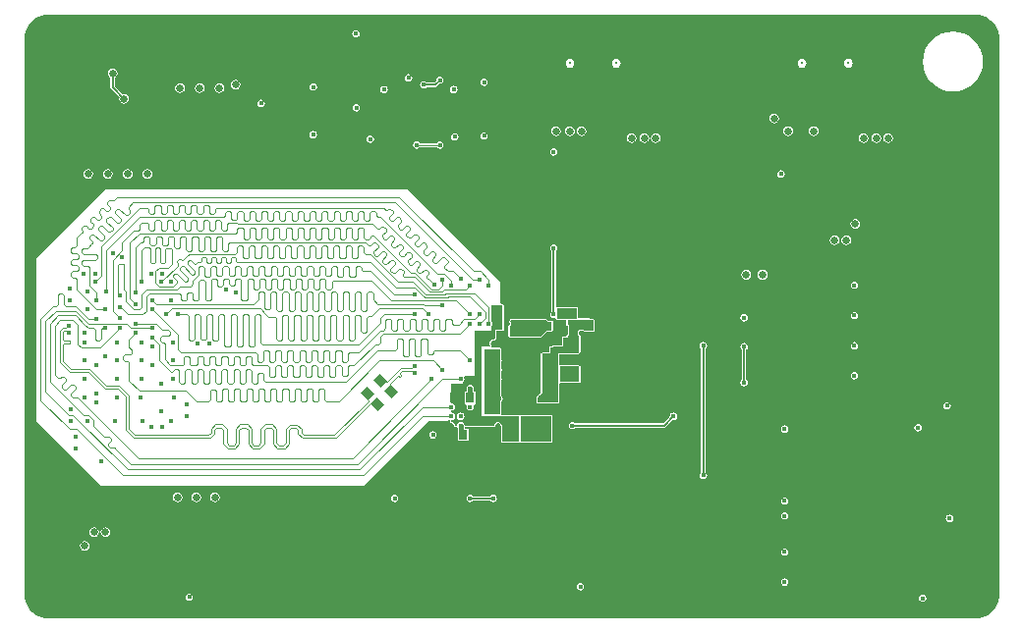
<source format=gbl>
G04*
G04 #@! TF.GenerationSoftware,Altium Limited,Altium Designer,20.0.13 (296)*
G04*
G04 Layer_Physical_Order=4*
G04 Layer_Color=16711680*
%FSLAX44Y44*%
%MOMM*%
G71*
G01*
G75*
%ADD10C,0.2000*%
%ADD12C,0.4000*%
%ADD23R,0.9000X0.7500*%
%ADD24R,0.7500X0.9000*%
%ADD43R,0.9000X1.3000*%
%ADD48C,0.4500*%
%ADD78C,0.1100*%
%ADD80C,0.1200*%
%ADD86C,0.2750*%
%ADD87C,0.6500*%
G04:AMPARAMS|DCode=88|XSize=0.9mm|YSize=0.75mm|CornerRadius=0mm|HoleSize=0mm|Usage=FLASHONLY|Rotation=135.000|XOffset=0mm|YOffset=0mm|HoleType=Round|Shape=Rectangle|*
%AMROTATEDRECTD88*
4,1,4,0.5834,-0.0530,0.0530,-0.5834,-0.5834,0.0530,-0.0530,0.5834,0.5834,-0.0530,0.0*
%
%ADD88ROTATEDRECTD88*%

G36*
X835834Y529231D02*
X839473Y527724D01*
X842749Y525535D01*
X845535Y522749D01*
X847724Y519473D01*
X849231Y515834D01*
X850000Y511970D01*
Y510000D01*
Y30000D01*
Y28030D01*
X849231Y24166D01*
X847724Y20526D01*
X845535Y17251D01*
X842749Y14465D01*
X839473Y12276D01*
X835834Y10769D01*
X831970Y10000D01*
X28030D01*
X24166Y10769D01*
X20526Y12276D01*
X17251Y14465D01*
X14465Y17251D01*
X12276Y20526D01*
X10769Y24166D01*
X10000Y28030D01*
Y30000D01*
Y510000D01*
Y511970D01*
X10769Y515834D01*
X12276Y519474D01*
X14465Y522749D01*
X17251Y525535D01*
X20526Y527724D01*
X24166Y529231D01*
X28030Y530000D01*
X831970D01*
X835834Y529231D01*
D02*
G37*
%LPC*%
G36*
X295500Y517212D02*
X294271Y516967D01*
X293229Y516271D01*
X292533Y515229D01*
X292288Y514000D01*
X292533Y512771D01*
X293229Y511729D01*
X294271Y511033D01*
X295500Y510788D01*
X296729Y511033D01*
X297771Y511729D01*
X298467Y512771D01*
X298712Y514000D01*
X298467Y515229D01*
X297771Y516271D01*
X296729Y516967D01*
X295500Y517212D01*
D02*
G37*
G36*
X720000Y492221D02*
X718576Y491938D01*
X717368Y491132D01*
X716562Y489924D01*
X716279Y488500D01*
X716562Y487076D01*
X717368Y485868D01*
X718576Y485062D01*
X720000Y484779D01*
X721424Y485062D01*
X722632Y485868D01*
X723438Y487076D01*
X723721Y488500D01*
X723438Y489924D01*
X722632Y491132D01*
X721424Y491938D01*
X720000Y492221D01*
D02*
G37*
G36*
X680000D02*
X678576Y491938D01*
X677368Y491132D01*
X676562Y489924D01*
X676279Y488500D01*
X676562Y487076D01*
X677368Y485868D01*
X678576Y485062D01*
X680000Y484779D01*
X681424Y485062D01*
X682632Y485868D01*
X683438Y487076D01*
X683721Y488500D01*
X683438Y489924D01*
X682632Y491132D01*
X681424Y491938D01*
X680000Y492221D01*
D02*
G37*
G36*
X520000D02*
X518576Y491938D01*
X517369Y491132D01*
X516562Y489924D01*
X516278Y488500D01*
X516562Y487076D01*
X517369Y485868D01*
X518576Y485062D01*
X520000Y484779D01*
X521424Y485062D01*
X522631Y485868D01*
X523438Y487076D01*
X523722Y488500D01*
X523438Y489924D01*
X522631Y491132D01*
X521424Y491938D01*
X520000Y492221D01*
D02*
G37*
G36*
X480000D02*
X478576Y491938D01*
X477369Y491132D01*
X476562Y489924D01*
X476278Y488500D01*
X476562Y487076D01*
X477369Y485868D01*
X478576Y485062D01*
X480000Y484779D01*
X481424Y485062D01*
X482631Y485868D01*
X483438Y487076D01*
X483722Y488500D01*
X483438Y489924D01*
X482631Y491132D01*
X481424Y491938D01*
X480000Y492221D01*
D02*
G37*
G36*
X341000Y479212D02*
X339771Y478967D01*
X338729Y478271D01*
X338033Y477229D01*
X337788Y476000D01*
X338033Y474771D01*
X338729Y473729D01*
X339771Y473033D01*
X341000Y472788D01*
X342229Y473033D01*
X343271Y473729D01*
X343967Y474771D01*
X344212Y476000D01*
X343967Y477229D01*
X343271Y478271D01*
X342229Y478967D01*
X341000Y479212D01*
D02*
G37*
G36*
X367999Y477211D02*
X366770Y476966D01*
X365728Y476270D01*
X365032Y475228D01*
X364788Y473999D01*
X364866Y473605D01*
X363198Y471937D01*
X356494D01*
X356271Y472271D01*
X355229Y472967D01*
X354000Y473212D01*
X352771Y472967D01*
X351729Y472271D01*
X351033Y471229D01*
X350788Y470000D01*
X351033Y468771D01*
X351729Y467729D01*
X352771Y467033D01*
X354000Y466788D01*
X355229Y467033D01*
X356271Y467729D01*
X356494Y468063D01*
X364000D01*
X364000Y468063D01*
X364742Y468210D01*
X365370Y468630D01*
X367606Y470866D01*
X367999Y470787D01*
X369228Y471032D01*
X370270Y471728D01*
X370966Y472770D01*
X371211Y473999D01*
X370966Y475228D01*
X370270Y476270D01*
X369228Y476966D01*
X367999Y477211D01*
D02*
G37*
G36*
X406000Y475212D02*
X404771Y474967D01*
X403729Y474271D01*
X403033Y473229D01*
X402788Y472000D01*
X403033Y470771D01*
X403729Y469729D01*
X404771Y469033D01*
X406000Y468788D01*
X407229Y469033D01*
X408271Y469729D01*
X408967Y470771D01*
X409212Y472000D01*
X408967Y473229D01*
X408271Y474271D01*
X407229Y474967D01*
X406000Y475212D01*
D02*
G37*
G36*
X192000Y474231D02*
X190381Y473909D01*
X189008Y472992D01*
X188091Y471619D01*
X187769Y470000D01*
X188091Y468381D01*
X189008Y467008D01*
X190381Y466091D01*
X192000Y465769D01*
X193619Y466091D01*
X194992Y467008D01*
X195909Y468381D01*
X196231Y470000D01*
X195909Y471619D01*
X194992Y472992D01*
X193619Y473909D01*
X192000Y474231D01*
D02*
G37*
G36*
X259000Y471212D02*
X257771Y470967D01*
X256729Y470271D01*
X256033Y469229D01*
X255788Y468000D01*
X256033Y466771D01*
X256729Y465729D01*
X257771Y465033D01*
X259000Y464788D01*
X260229Y465033D01*
X261271Y465729D01*
X261967Y466771D01*
X262212Y468000D01*
X261967Y469229D01*
X261271Y470271D01*
X260229Y470967D01*
X259000Y471212D01*
D02*
G37*
G36*
X810000Y516025D02*
X804923Y515525D01*
X800041Y514044D01*
X795541Y511639D01*
X791597Y508403D01*
X788361Y504459D01*
X785956Y499959D01*
X784475Y495077D01*
X783975Y490000D01*
X784475Y484923D01*
X785956Y480041D01*
X788361Y475541D01*
X791597Y471597D01*
X795541Y468361D01*
X800041Y465956D01*
X804923Y464475D01*
X810000Y463975D01*
X815077Y464475D01*
X819959Y465956D01*
X824459Y468361D01*
X828403Y471597D01*
X831639Y475541D01*
X834044Y480041D01*
X835525Y484923D01*
X836025Y490000D01*
X835525Y495077D01*
X834044Y499959D01*
X831639Y504459D01*
X828403Y508403D01*
X824459Y511639D01*
X819959Y514044D01*
X815077Y515525D01*
X810000Y516025D01*
D02*
G37*
G36*
X380000Y469212D02*
X378771Y468967D01*
X377729Y468271D01*
X377033Y467229D01*
X376788Y466000D01*
X377033Y464771D01*
X377729Y463729D01*
X378771Y463033D01*
X380000Y462788D01*
X381229Y463033D01*
X382271Y463729D01*
X382967Y464771D01*
X383212Y466000D01*
X382967Y467229D01*
X382271Y468271D01*
X381229Y468967D01*
X380000Y469212D01*
D02*
G37*
G36*
X320000D02*
X318771Y468967D01*
X317729Y468271D01*
X317033Y467229D01*
X316788Y466000D01*
X317033Y464771D01*
X317729Y463729D01*
X318771Y463033D01*
X320000Y462788D01*
X321229Y463033D01*
X322271Y463729D01*
X322967Y464771D01*
X323212Y466000D01*
X322967Y467229D01*
X322271Y468271D01*
X321229Y468967D01*
X320000Y469212D01*
D02*
G37*
G36*
X178000Y471231D02*
X176381Y470909D01*
X175008Y469992D01*
X174091Y468619D01*
X173769Y467000D01*
X174091Y465381D01*
X175008Y464008D01*
X176381Y463091D01*
X178000Y462769D01*
X179619Y463091D01*
X180992Y464008D01*
X181909Y465381D01*
X182231Y467000D01*
X181909Y468619D01*
X180992Y469992D01*
X179619Y470909D01*
X178000Y471231D01*
D02*
G37*
G36*
X161000D02*
X159381Y470909D01*
X158008Y469992D01*
X157091Y468619D01*
X156769Y467000D01*
X157091Y465381D01*
X158008Y464008D01*
X159381Y463091D01*
X161000Y462769D01*
X162619Y463091D01*
X163992Y464008D01*
X164909Y465381D01*
X165231Y467000D01*
X164909Y468619D01*
X163992Y469992D01*
X162619Y470909D01*
X161000Y471231D01*
D02*
G37*
G36*
X144000D02*
X142381Y470909D01*
X141008Y469992D01*
X140091Y468619D01*
X139769Y467000D01*
X140091Y465381D01*
X141008Y464008D01*
X142381Y463091D01*
X144000Y462769D01*
X145619Y463091D01*
X146992Y464008D01*
X147909Y465381D01*
X148231Y467000D01*
X147909Y468619D01*
X146992Y469992D01*
X145619Y470909D01*
X144000Y471231D01*
D02*
G37*
G36*
X86000Y484231D02*
X84381Y483909D01*
X83008Y482992D01*
X82091Y481619D01*
X81769Y480000D01*
X82091Y478381D01*
X83008Y477008D01*
X84063Y476303D01*
Y468000D01*
X84063Y468000D01*
X84210Y467259D01*
X84630Y466630D01*
X92016Y459244D01*
X91769Y458000D01*
X92091Y456381D01*
X93008Y455008D01*
X94381Y454091D01*
X96000Y453769D01*
X97619Y454091D01*
X98992Y455008D01*
X99909Y456381D01*
X100231Y458000D01*
X99909Y459619D01*
X98992Y460992D01*
X97619Y461909D01*
X96000Y462231D01*
X94756Y461984D01*
X87937Y468802D01*
Y476303D01*
X88992Y477008D01*
X89909Y478381D01*
X90231Y480000D01*
X89909Y481619D01*
X88992Y482992D01*
X87619Y483909D01*
X86000Y484231D01*
D02*
G37*
G36*
X214000Y457212D02*
X212771Y456967D01*
X211729Y456271D01*
X211033Y455229D01*
X210788Y454000D01*
X211033Y452771D01*
X211729Y451729D01*
X212771Y451033D01*
X214000Y450788D01*
X215229Y451033D01*
X216271Y451729D01*
X216967Y452771D01*
X217212Y454000D01*
X216967Y455229D01*
X216271Y456271D01*
X215229Y456967D01*
X214000Y457212D01*
D02*
G37*
G36*
X296000Y453212D02*
X294771Y452967D01*
X293729Y452271D01*
X293033Y451229D01*
X292788Y450000D01*
X293033Y448771D01*
X293729Y447729D01*
X294771Y447033D01*
X296000Y446788D01*
X297229Y447033D01*
X298271Y447729D01*
X298967Y448771D01*
X299212Y450000D01*
X298967Y451229D01*
X298271Y452271D01*
X297229Y452967D01*
X296000Y453212D01*
D02*
G37*
G36*
X656000Y445231D02*
X654381Y444909D01*
X653008Y443992D01*
X652091Y442619D01*
X651769Y441000D01*
X652091Y439381D01*
X653008Y438008D01*
X654381Y437091D01*
X656000Y436769D01*
X657619Y437091D01*
X658992Y438008D01*
X659909Y439381D01*
X660231Y441000D01*
X659909Y442619D01*
X658992Y443992D01*
X657619Y444909D01*
X656000Y445231D01*
D02*
G37*
G36*
X690000Y434231D02*
X688381Y433909D01*
X687008Y432992D01*
X686091Y431619D01*
X685769Y430000D01*
X686091Y428381D01*
X687008Y427008D01*
X688381Y426091D01*
X690000Y425769D01*
X691619Y426091D01*
X692992Y427008D01*
X693909Y428381D01*
X694231Y430000D01*
X693909Y431619D01*
X692992Y432992D01*
X691619Y433909D01*
X690000Y434231D01*
D02*
G37*
G36*
X668000D02*
X666381Y433909D01*
X665008Y432992D01*
X664091Y431619D01*
X663769Y430000D01*
X664091Y428381D01*
X665008Y427008D01*
X666381Y426091D01*
X668000Y425769D01*
X669619Y426091D01*
X670992Y427008D01*
X671909Y428381D01*
X672231Y430000D01*
X671909Y431619D01*
X670992Y432992D01*
X669619Y433909D01*
X668000Y434231D01*
D02*
G37*
G36*
X490000D02*
X488381Y433909D01*
X487008Y432992D01*
X486091Y431619D01*
X485769Y430000D01*
X486091Y428381D01*
X487008Y427008D01*
X488381Y426091D01*
X490000Y425769D01*
X491619Y426091D01*
X492992Y427008D01*
X493909Y428381D01*
X494231Y430000D01*
X493909Y431619D01*
X492992Y432992D01*
X491619Y433909D01*
X490000Y434231D01*
D02*
G37*
G36*
X480000D02*
X478381Y433909D01*
X477008Y432992D01*
X476091Y431619D01*
X475769Y430000D01*
X476091Y428381D01*
X477008Y427008D01*
X478381Y426091D01*
X480000Y425769D01*
X481619Y426091D01*
X482992Y427008D01*
X483909Y428381D01*
X484231Y430000D01*
X483909Y431619D01*
X482992Y432992D01*
X481619Y433909D01*
X480000Y434231D01*
D02*
G37*
G36*
X468000D02*
X466381Y433909D01*
X465008Y432992D01*
X464091Y431619D01*
X463769Y430000D01*
X464091Y428381D01*
X465008Y427008D01*
X466381Y426091D01*
X468000Y425769D01*
X469619Y426091D01*
X470992Y427008D01*
X471909Y428381D01*
X472231Y430000D01*
X471909Y431619D01*
X470992Y432992D01*
X469619Y433909D01*
X468000Y434231D01*
D02*
G37*
G36*
X259000Y430212D02*
X257771Y429967D01*
X256729Y429271D01*
X256033Y428229D01*
X255788Y427000D01*
X256033Y425771D01*
X256729Y424729D01*
X257771Y424033D01*
X259000Y423788D01*
X260229Y424033D01*
X261271Y424729D01*
X261967Y425771D01*
X262212Y427000D01*
X261967Y428229D01*
X261271Y429271D01*
X260229Y429967D01*
X259000Y430212D01*
D02*
G37*
G36*
X406000Y429212D02*
X404771Y428967D01*
X403729Y428271D01*
X403033Y427229D01*
X402788Y426000D01*
X403033Y424771D01*
X403729Y423729D01*
X404771Y423033D01*
X406000Y422788D01*
X407229Y423033D01*
X408271Y423729D01*
X408967Y424771D01*
X409212Y426000D01*
X408967Y427229D01*
X408271Y428271D01*
X407229Y428967D01*
X406000Y429212D01*
D02*
G37*
G36*
X380850Y428212D02*
X379621Y427967D01*
X378579Y427271D01*
X377883Y426229D01*
X377638Y425000D01*
X377883Y423771D01*
X378579Y422729D01*
X379621Y422033D01*
X380850Y421788D01*
X382079Y422033D01*
X383121Y422729D01*
X383817Y423771D01*
X384062Y425000D01*
X383817Y426229D01*
X383121Y427271D01*
X382079Y427967D01*
X380850Y428212D01*
D02*
G37*
G36*
X308000Y426212D02*
X306771Y425967D01*
X305729Y425271D01*
X305033Y424229D01*
X304788Y423000D01*
X305033Y421771D01*
X305729Y420729D01*
X306771Y420033D01*
X308000Y419788D01*
X309229Y420033D01*
X310271Y420729D01*
X310967Y421771D01*
X311212Y423000D01*
X310967Y424229D01*
X310271Y425271D01*
X309229Y425967D01*
X308000Y426212D01*
D02*
G37*
G36*
X754000Y428231D02*
X752381Y427909D01*
X751008Y426992D01*
X750091Y425619D01*
X749769Y424000D01*
X750091Y422381D01*
X751008Y421008D01*
X752381Y420091D01*
X754000Y419769D01*
X755619Y420091D01*
X756992Y421008D01*
X757909Y422381D01*
X758231Y424000D01*
X757909Y425619D01*
X756992Y426992D01*
X755619Y427909D01*
X754000Y428231D01*
D02*
G37*
G36*
X744000D02*
X742381Y427909D01*
X741008Y426992D01*
X740091Y425619D01*
X739769Y424000D01*
X740091Y422381D01*
X741008Y421008D01*
X742381Y420091D01*
X744000Y419769D01*
X745619Y420091D01*
X746992Y421008D01*
X747909Y422381D01*
X748231Y424000D01*
X747909Y425619D01*
X746992Y426992D01*
X745619Y427909D01*
X744000Y428231D01*
D02*
G37*
G36*
X733000D02*
X731381Y427909D01*
X730008Y426992D01*
X729091Y425619D01*
X728769Y424000D01*
X729091Y422381D01*
X730008Y421008D01*
X731381Y420091D01*
X733000Y419769D01*
X734619Y420091D01*
X735992Y421008D01*
X736909Y422381D01*
X737231Y424000D01*
X736909Y425619D01*
X735992Y426992D01*
X734619Y427909D01*
X733000Y428231D01*
D02*
G37*
G36*
X554000D02*
X552381Y427909D01*
X551008Y426992D01*
X550091Y425619D01*
X549769Y424000D01*
X550091Y422381D01*
X551008Y421008D01*
X552381Y420091D01*
X554000Y419769D01*
X555619Y420091D01*
X556992Y421008D01*
X557909Y422381D01*
X558231Y424000D01*
X557909Y425619D01*
X556992Y426992D01*
X555619Y427909D01*
X554000Y428231D01*
D02*
G37*
G36*
X544000D02*
X542381Y427909D01*
X541008Y426992D01*
X540091Y425619D01*
X539769Y424000D01*
X540091Y422381D01*
X541008Y421008D01*
X542381Y420091D01*
X544000Y419769D01*
X545619Y420091D01*
X546992Y421008D01*
X547909Y422381D01*
X548231Y424000D01*
X547909Y425619D01*
X546992Y426992D01*
X545619Y427909D01*
X544000Y428231D01*
D02*
G37*
G36*
X533000D02*
X531381Y427909D01*
X530008Y426992D01*
X529091Y425619D01*
X528769Y424000D01*
X529091Y422381D01*
X530008Y421008D01*
X531381Y420091D01*
X533000Y419769D01*
X534619Y420091D01*
X535992Y421008D01*
X536909Y422381D01*
X537231Y424000D01*
X536909Y425619D01*
X535992Y426992D01*
X534619Y427909D01*
X533000Y428231D01*
D02*
G37*
G36*
X368000Y421212D02*
X366771Y420967D01*
X365729Y420271D01*
X365296Y419624D01*
X350704D01*
X350271Y420271D01*
X349229Y420967D01*
X348000Y421212D01*
X346771Y420967D01*
X345729Y420271D01*
X345033Y419229D01*
X344788Y418000D01*
X345033Y416771D01*
X345729Y415729D01*
X346771Y415033D01*
X348000Y414788D01*
X349229Y415033D01*
X350271Y415729D01*
X350704Y416376D01*
X365296D01*
X365729Y415729D01*
X366771Y415033D01*
X368000Y414788D01*
X369229Y415033D01*
X370271Y415729D01*
X370967Y416771D01*
X371212Y418000D01*
X370967Y419229D01*
X370271Y420271D01*
X369229Y420967D01*
X368000Y421212D01*
D02*
G37*
G36*
X466000Y415212D02*
X464771Y414967D01*
X463729Y414271D01*
X463033Y413229D01*
X462788Y412000D01*
X463033Y410771D01*
X463729Y409729D01*
X464771Y409033D01*
X466000Y408788D01*
X467229Y409033D01*
X468271Y409729D01*
X468967Y410771D01*
X469212Y412000D01*
X468967Y413229D01*
X468271Y414271D01*
X467229Y414967D01*
X466000Y415212D01*
D02*
G37*
G36*
X662000Y396212D02*
X660771Y395967D01*
X659729Y395271D01*
X659033Y394229D01*
X658788Y393000D01*
X659033Y391771D01*
X659729Y390729D01*
X660771Y390033D01*
X662000Y389788D01*
X663229Y390033D01*
X664271Y390729D01*
X664967Y391771D01*
X665212Y393000D01*
X664967Y394229D01*
X664271Y395271D01*
X663229Y395967D01*
X662000Y396212D01*
D02*
G37*
G36*
X116000Y397231D02*
X114381Y396909D01*
X113008Y395992D01*
X112091Y394619D01*
X111769Y393000D01*
X112091Y391381D01*
X113008Y390008D01*
X114381Y389091D01*
X116000Y388769D01*
X117619Y389091D01*
X118992Y390008D01*
X119909Y391381D01*
X120231Y393000D01*
X119909Y394619D01*
X118992Y395992D01*
X117619Y396909D01*
X116000Y397231D01*
D02*
G37*
G36*
X99000D02*
X97381Y396909D01*
X96008Y395992D01*
X95091Y394619D01*
X94769Y393000D01*
X95091Y391381D01*
X96008Y390008D01*
X97381Y389091D01*
X99000Y388769D01*
X100619Y389091D01*
X101992Y390008D01*
X102909Y391381D01*
X103231Y393000D01*
X102909Y394619D01*
X101992Y395992D01*
X100619Y396909D01*
X99000Y397231D01*
D02*
G37*
G36*
X82000D02*
X80381Y396909D01*
X79008Y395992D01*
X78091Y394619D01*
X77769Y393000D01*
X78091Y391381D01*
X79008Y390008D01*
X80381Y389091D01*
X82000Y388769D01*
X83619Y389091D01*
X84992Y390008D01*
X85909Y391381D01*
X86231Y393000D01*
X85909Y394619D01*
X84992Y395992D01*
X83619Y396909D01*
X82000Y397231D01*
D02*
G37*
G36*
X65000D02*
X63381Y396909D01*
X62008Y395992D01*
X61091Y394619D01*
X60769Y393000D01*
X61091Y391381D01*
X62008Y390008D01*
X63381Y389091D01*
X65000Y388769D01*
X66619Y389091D01*
X67992Y390008D01*
X68909Y391381D01*
X69231Y393000D01*
X68909Y394619D01*
X67992Y395992D01*
X66619Y396909D01*
X65000Y397231D01*
D02*
G37*
G36*
X726000Y354231D02*
X724381Y353909D01*
X723008Y352992D01*
X722091Y351619D01*
X721769Y350000D01*
X722091Y348381D01*
X723008Y347008D01*
X724381Y346091D01*
X726000Y345769D01*
X727619Y346091D01*
X728992Y347008D01*
X729909Y348381D01*
X730231Y350000D01*
X729909Y351619D01*
X728992Y352992D01*
X727619Y353909D01*
X726000Y354231D01*
D02*
G37*
G36*
X718000Y340231D02*
X716381Y339909D01*
X715008Y338992D01*
X714091Y337619D01*
X713769Y336000D01*
X714091Y334381D01*
X715008Y333008D01*
X716381Y332091D01*
X718000Y331769D01*
X719619Y332091D01*
X720992Y333008D01*
X721909Y334381D01*
X722231Y336000D01*
X721909Y337619D01*
X720992Y338992D01*
X719619Y339909D01*
X718000Y340231D01*
D02*
G37*
G36*
X708000D02*
X706381Y339909D01*
X705008Y338992D01*
X704091Y337619D01*
X703769Y336000D01*
X704091Y334381D01*
X705008Y333008D01*
X706381Y332091D01*
X708000Y331769D01*
X709619Y332091D01*
X710992Y333008D01*
X711909Y334381D01*
X712231Y336000D01*
X711909Y337619D01*
X710992Y338992D01*
X709619Y339909D01*
X708000Y340231D01*
D02*
G37*
G36*
X646000Y310231D02*
X644381Y309909D01*
X643008Y308992D01*
X642091Y307619D01*
X641769Y306000D01*
X642091Y304381D01*
X643008Y303008D01*
X644381Y302091D01*
X646000Y301769D01*
X647619Y302091D01*
X648992Y303008D01*
X649909Y304381D01*
X650231Y306000D01*
X649909Y307619D01*
X648992Y308992D01*
X647619Y309909D01*
X646000Y310231D01*
D02*
G37*
G36*
X632000D02*
X630381Y309909D01*
X629008Y308992D01*
X628091Y307619D01*
X627769Y306000D01*
X628091Y304381D01*
X629008Y303008D01*
X630381Y302091D01*
X632000Y301769D01*
X633619Y302091D01*
X634992Y303008D01*
X635909Y304381D01*
X636231Y306000D01*
X635909Y307619D01*
X634992Y308992D01*
X633619Y309909D01*
X632000Y310231D01*
D02*
G37*
G36*
X725000Y300212D02*
X723771Y299967D01*
X722729Y299271D01*
X722033Y298229D01*
X721788Y297000D01*
X722033Y295771D01*
X722729Y294729D01*
X723771Y294033D01*
X725000Y293788D01*
X726229Y294033D01*
X727271Y294729D01*
X727967Y295771D01*
X728212Y297000D01*
X727967Y298229D01*
X727271Y299271D01*
X726229Y299967D01*
X725000Y300212D01*
D02*
G37*
G36*
X459250Y267974D02*
X429292D01*
X429151Y267916D01*
X428998Y267929D01*
X428819Y267778D01*
X428603Y267689D01*
X428545Y267547D01*
X428427Y267449D01*
X427768Y266179D01*
X427756Y266038D01*
X427677Y265920D01*
X427725Y265680D01*
X427704Y265436D01*
X427795Y265328D01*
X427822Y265189D01*
X428050Y264849D01*
X428218Y264000D01*
X428050Y263151D01*
X427569Y262431D01*
X427459Y262358D01*
X427403Y262275D01*
X427311Y262237D01*
X427202Y261974D01*
X427045Y261738D01*
X427064Y261640D01*
X427026Y261548D01*
Y253000D01*
X427311Y252311D01*
X428000Y252026D01*
X455000D01*
X455689Y252311D01*
X460404Y257026D01*
X464000D01*
X464689Y257311D01*
X464705Y257350D01*
X465400D01*
Y266650D01*
X461247D01*
X459859Y267761D01*
X459548Y267850D01*
X459250Y267974D01*
D02*
G37*
G36*
X725000Y274212D02*
X723771Y273967D01*
X722729Y273271D01*
X722033Y272229D01*
X721788Y271000D01*
X722033Y269771D01*
X722729Y268729D01*
X723771Y268033D01*
X725000Y267788D01*
X726229Y268033D01*
X727271Y268729D01*
X727967Y269771D01*
X728212Y271000D01*
X727967Y272229D01*
X727271Y273271D01*
X726229Y273967D01*
X725000Y274212D01*
D02*
G37*
G36*
X630000Y272212D02*
X628771Y271967D01*
X627729Y271271D01*
X627033Y270229D01*
X626788Y269000D01*
X627033Y267771D01*
X627729Y266729D01*
X628771Y266033D01*
X630000Y265788D01*
X631229Y266033D01*
X632271Y266729D01*
X632967Y267771D01*
X633212Y269000D01*
X632967Y270229D01*
X632271Y271271D01*
X631229Y271967D01*
X630000Y272212D01*
D02*
G37*
G36*
X466000Y332212D02*
X464771Y331967D01*
X463729Y331271D01*
X463033Y330229D01*
X462788Y329000D01*
X463033Y327771D01*
X463729Y326729D01*
X464063Y326506D01*
Y274494D01*
X463729Y274271D01*
X463033Y273229D01*
X462788Y272000D01*
X463033Y270771D01*
X463729Y269729D01*
X464771Y269033D01*
X466000Y268788D01*
X466756Y268939D01*
X468026Y268154D01*
Y268000D01*
X468311Y267311D01*
X469000Y267026D01*
X477009D01*
X477026Y267000D01*
Y262650D01*
X477311Y261961D01*
X478000Y261676D01*
X478426D01*
Y254324D01*
X478000D01*
X477311Y254039D01*
X477026Y253350D01*
Y252974D01*
X474000D01*
X473311Y252689D01*
X473026Y252000D01*
Y244974D01*
X465400D01*
X464711Y244689D01*
X464560Y244324D01*
X463000D01*
X462311Y244039D01*
X462026Y243350D01*
Y238974D01*
X456000D01*
X455311Y238689D01*
X455026Y238000D01*
Y204403D01*
X453224Y202602D01*
X452729Y202271D01*
X452398Y201775D01*
X451311Y200689D01*
X451026Y200000D01*
Y196000D01*
X451311Y195311D01*
X452000Y195026D01*
X470000D01*
X470689Y195311D01*
X470974Y196000D01*
Y212076D01*
X472000Y213026D01*
X488000D01*
X488689Y213311D01*
X488974Y214000D01*
Y227000D01*
X488689Y227689D01*
X488000Y227974D01*
X472000D01*
X470974Y228924D01*
Y237026D01*
X476600D01*
X477289Y237311D01*
X477440Y237676D01*
X487400D01*
X487518Y237725D01*
X487645Y237707D01*
X487851Y237863D01*
X488089Y237961D01*
X488138Y238079D01*
X488240Y238157D01*
X488840Y239178D01*
X488876Y239433D01*
X488974Y239671D01*
Y253548D01*
X488936Y253640D01*
X488955Y253738D01*
X488797Y253974D01*
X488689Y254237D01*
X488597Y254275D01*
X488541Y254358D01*
X488431Y254431D01*
X487950Y255151D01*
X487781Y256000D01*
X487950Y256849D01*
X488431Y257569D01*
X489151Y258050D01*
X490000Y258218D01*
X490849Y258050D01*
X491569Y257569D01*
X491642Y257459D01*
X491725Y257403D01*
X491763Y257311D01*
X492026Y257202D01*
X492262Y257045D01*
X492360Y257064D01*
X492452Y257026D01*
X500000D01*
X500689Y257311D01*
X500974Y258000D01*
Y267000D01*
X500689Y267689D01*
X500000Y267974D01*
X497400D01*
Y268650D01*
X486974D01*
Y277000D01*
X486689Y277689D01*
X486000Y277974D01*
X469000D01*
X467937Y278909D01*
Y326506D01*
X468271Y326729D01*
X468967Y327771D01*
X469212Y329000D01*
X468967Y330229D01*
X468271Y331271D01*
X467229Y331967D01*
X466000Y332212D01*
D02*
G37*
G36*
X340000Y380000D02*
X80000D01*
X20000Y320000D01*
Y180000D01*
X76000Y124000D01*
X302000D01*
X358000Y180000D01*
X375000Y180000D01*
Y180451D01*
X376130Y181045D01*
X377026Y180443D01*
Y179098D01*
X377135Y178835D01*
X377190Y178557D01*
X377273Y178501D01*
X377311Y178409D01*
X377574Y178300D01*
X377810Y178142D01*
X378729Y177960D01*
X379449Y177479D01*
X379930Y176759D01*
X380118Y175810D01*
X380276Y175574D01*
X380385Y175311D01*
X380477Y175273D01*
X380533Y175190D01*
X380811Y175135D01*
X381074Y175026D01*
X382788D01*
X383293Y173860D01*
Y169750D01*
X383350Y169464D01*
Y162600D01*
X392650D01*
Y173400D01*
X389207D01*
Y175023D01*
X389212Y175026D01*
X414788D01*
X415051Y175135D01*
X415330Y175190D01*
X415385Y175273D01*
X415477Y175311D01*
X415586Y175574D01*
X415744Y175810D01*
X415950Y176849D01*
X416431Y177569D01*
X417151Y178050D01*
X418000Y178218D01*
X418849Y178050D01*
X419569Y177569D01*
X420050Y176849D01*
X420256Y175810D01*
X420414Y175574D01*
X420523Y175311D01*
X420615Y175273D01*
X420671Y175190D01*
X420949Y175135D01*
X421026Y175103D01*
Y162000D01*
X421311Y161311D01*
X422000Y161026D01*
X436000D01*
X436689Y161311D01*
X437311D01*
X438000Y161026D01*
X464000D01*
X464689Y161311D01*
X464974Y162000D01*
Y184000D01*
X464689Y184689D01*
X464000Y184974D01*
X438000D01*
X437311Y184689D01*
X436689D01*
X436000Y184974D01*
X421924D01*
X420974Y186000D01*
X420974Y186244D01*
Y189936D01*
X420936Y190028D01*
X420955Y190126D01*
X420782Y191000D01*
X420955Y191874D01*
X420936Y191972D01*
X420974Y192064D01*
Y196531D01*
X421271Y196729D01*
X421967Y197771D01*
X422212Y199000D01*
X421967Y200229D01*
X421271Y201271D01*
X420974Y201469D01*
Y214806D01*
X421212Y216000D01*
X420974Y217194D01*
Y222806D01*
X421212Y224000D01*
X420974Y225194D01*
Y230806D01*
X421212Y232000D01*
X420974Y233194D01*
Y242000D01*
X420689Y242689D01*
X420000Y242974D01*
X412704D01*
X411932Y244244D01*
X412232Y244821D01*
X412244Y244962D01*
X412323Y245080D01*
X412275Y245320D01*
X412296Y245564D01*
X412205Y245672D01*
X412178Y245811D01*
X411950Y246151D01*
X411782Y247000D01*
X411950Y247849D01*
X412431Y248569D01*
X413151Y249050D01*
X414000Y249219D01*
X414140Y249191D01*
X414176Y249198D01*
X414208Y249180D01*
X414537Y249270D01*
X414871Y249336D01*
X414892Y249366D01*
X414927Y249376D01*
X416197Y250361D01*
X416229Y250417D01*
X416289Y250442D01*
X416410Y250734D01*
X416566Y251008D01*
X416549Y251071D01*
X416574Y251131D01*
Y257426D01*
X422000D01*
X422689Y257711D01*
X422974Y258400D01*
Y280000D01*
X422689Y280689D01*
X422000Y280974D01*
X420589D01*
X420000Y282000D01*
Y300000D01*
X340000Y380000D01*
D02*
G37*
G36*
X725152Y248060D02*
X723923Y247816D01*
X722881Y247119D01*
X722184Y246077D01*
X721940Y244848D01*
X722184Y243619D01*
X722881Y242577D01*
X723923Y241881D01*
X725152Y241637D01*
X726381Y241881D01*
X727423Y242577D01*
X728119Y243619D01*
X728363Y244848D01*
X728119Y246077D01*
X727423Y247119D01*
X726381Y247816D01*
X725152Y248060D01*
D02*
G37*
G36*
X725000Y222212D02*
X723771Y221967D01*
X722729Y221271D01*
X722033Y220229D01*
X721788Y219000D01*
X722033Y217771D01*
X722729Y216729D01*
X723771Y216033D01*
X725000Y215788D01*
X726229Y216033D01*
X727271Y216729D01*
X727967Y217771D01*
X728212Y219000D01*
X727967Y220229D01*
X727271Y221271D01*
X726229Y221967D01*
X725000Y222212D01*
D02*
G37*
G36*
X630000Y247212D02*
X628771Y246967D01*
X627729Y246271D01*
X627033Y245229D01*
X626788Y244000D01*
X627033Y242771D01*
X627729Y241729D01*
X628063Y241506D01*
Y215494D01*
X627729Y215271D01*
X627033Y214229D01*
X626788Y213000D01*
X627033Y211771D01*
X627729Y210729D01*
X628771Y210033D01*
X630000Y209788D01*
X631229Y210033D01*
X632271Y210729D01*
X632967Y211771D01*
X633212Y213000D01*
X632967Y214229D01*
X632271Y215271D01*
X631937Y215494D01*
Y241506D01*
X632271Y241729D01*
X632967Y242771D01*
X633212Y244000D01*
X632967Y245229D01*
X632271Y246271D01*
X631229Y246967D01*
X630000Y247212D01*
D02*
G37*
G36*
X805000Y196212D02*
X803771Y195967D01*
X802729Y195271D01*
X802033Y194229D01*
X801788Y193000D01*
X802033Y191771D01*
X802729Y190729D01*
X803771Y190033D01*
X805000Y189788D01*
X806229Y190033D01*
X807271Y190729D01*
X807967Y191771D01*
X808212Y193000D01*
X807967Y194229D01*
X807271Y195271D01*
X806229Y195967D01*
X805000Y196212D01*
D02*
G37*
G36*
X569000Y187212D02*
X567771Y186967D01*
X566729Y186271D01*
X566033Y185229D01*
X565788Y184000D01*
X565867Y183606D01*
X560198Y177937D01*
X484494D01*
X484271Y178271D01*
X483229Y178967D01*
X482000Y179212D01*
X480771Y178967D01*
X479729Y178271D01*
X479033Y177229D01*
X478788Y176000D01*
X479033Y174771D01*
X479729Y173729D01*
X480771Y173033D01*
X482000Y172788D01*
X483229Y173033D01*
X484271Y173729D01*
X484494Y174063D01*
X561000D01*
X561000Y174063D01*
X561741Y174210D01*
X562370Y174630D01*
X568606Y180867D01*
X569000Y180788D01*
X570229Y181033D01*
X571271Y181729D01*
X571967Y182771D01*
X572212Y184000D01*
X571967Y185229D01*
X571271Y186271D01*
X570229Y186967D01*
X569000Y187212D01*
D02*
G37*
G36*
X780000Y177212D02*
X778771Y176967D01*
X777729Y176271D01*
X777033Y175229D01*
X776788Y174000D01*
X777033Y172771D01*
X777729Y171729D01*
X778771Y171033D01*
X780000Y170788D01*
X781229Y171033D01*
X782271Y171729D01*
X782967Y172771D01*
X783212Y174000D01*
X782967Y175229D01*
X782271Y176271D01*
X781229Y176967D01*
X780000Y177212D01*
D02*
G37*
G36*
X665000Y176212D02*
X663771Y175967D01*
X662729Y175271D01*
X662033Y174229D01*
X661788Y173000D01*
X662033Y171771D01*
X662729Y170729D01*
X663771Y170033D01*
X665000Y169788D01*
X666229Y170033D01*
X667271Y170729D01*
X667967Y171771D01*
X668212Y173000D01*
X667967Y174229D01*
X667271Y175271D01*
X666229Y175967D01*
X665000Y176212D01*
D02*
G37*
G36*
X362000Y171212D02*
X360771Y170967D01*
X359729Y170271D01*
X359033Y169229D01*
X358788Y168000D01*
X359033Y166771D01*
X359729Y165729D01*
X360771Y165033D01*
X362000Y164788D01*
X363229Y165033D01*
X364271Y165729D01*
X364967Y166771D01*
X365212Y168000D01*
X364967Y169229D01*
X364271Y170271D01*
X363229Y170967D01*
X362000Y171212D01*
D02*
G37*
G36*
X595000Y248212D02*
X593771Y247967D01*
X592729Y247271D01*
X592033Y246229D01*
X591788Y245000D01*
X592033Y243771D01*
X592729Y242729D01*
X593063Y242506D01*
Y135494D01*
X592729Y135271D01*
X592033Y134229D01*
X591788Y133000D01*
X592033Y131771D01*
X592729Y130729D01*
X593771Y130033D01*
X595000Y129788D01*
X596229Y130033D01*
X597271Y130729D01*
X597967Y131771D01*
X598212Y133000D01*
X597967Y134229D01*
X597271Y135271D01*
X596937Y135494D01*
Y242506D01*
X597271Y242729D01*
X597967Y243771D01*
X598212Y245000D01*
X597967Y246229D01*
X597271Y247271D01*
X596229Y247967D01*
X595000Y248212D01*
D02*
G37*
G36*
X414000Y116212D02*
X412771Y115967D01*
X411729Y115271D01*
X411506Y114937D01*
X396494D01*
X396271Y115271D01*
X395229Y115967D01*
X394000Y116212D01*
X392771Y115967D01*
X391729Y115271D01*
X391033Y114229D01*
X390788Y113000D01*
X391033Y111771D01*
X391729Y110729D01*
X392771Y110033D01*
X394000Y109788D01*
X395229Y110033D01*
X396271Y110729D01*
X396494Y111063D01*
X411506D01*
X411729Y110729D01*
X412771Y110033D01*
X414000Y109788D01*
X415229Y110033D01*
X416271Y110729D01*
X416967Y111771D01*
X417212Y113000D01*
X416967Y114229D01*
X416271Y115271D01*
X415229Y115967D01*
X414000Y116212D01*
D02*
G37*
G36*
X329000D02*
X327771Y115967D01*
X326729Y115271D01*
X326033Y114229D01*
X325788Y113000D01*
X326033Y111771D01*
X326729Y110729D01*
X327771Y110033D01*
X329000Y109788D01*
X330229Y110033D01*
X331271Y110729D01*
X331967Y111771D01*
X332212Y113000D01*
X331967Y114229D01*
X331271Y115271D01*
X330229Y115967D01*
X329000Y116212D01*
D02*
G37*
G36*
X174000Y118231D02*
X172381Y117909D01*
X171008Y116992D01*
X170091Y115619D01*
X169769Y114000D01*
X170091Y112381D01*
X171008Y111008D01*
X172381Y110091D01*
X174000Y109769D01*
X175619Y110091D01*
X176992Y111008D01*
X177909Y112381D01*
X178231Y114000D01*
X177909Y115619D01*
X176992Y116992D01*
X175619Y117909D01*
X174000Y118231D01*
D02*
G37*
G36*
X158000D02*
X156381Y117909D01*
X155008Y116992D01*
X154091Y115619D01*
X153769Y114000D01*
X154091Y112381D01*
X155008Y111008D01*
X156381Y110091D01*
X158000Y109769D01*
X159619Y110091D01*
X160992Y111008D01*
X161909Y112381D01*
X162231Y114000D01*
X161909Y115619D01*
X160992Y116992D01*
X159619Y117909D01*
X158000Y118231D01*
D02*
G37*
G36*
X142000D02*
X140381Y117909D01*
X139008Y116992D01*
X138091Y115619D01*
X137769Y114000D01*
X138091Y112381D01*
X139008Y111008D01*
X140381Y110091D01*
X142000Y109769D01*
X143619Y110091D01*
X144992Y111008D01*
X145909Y112381D01*
X146231Y114000D01*
X145909Y115619D01*
X144992Y116992D01*
X143619Y117909D01*
X142000Y118231D01*
D02*
G37*
G36*
X665000Y114212D02*
X663771Y113967D01*
X662729Y113271D01*
X662033Y112229D01*
X661788Y111000D01*
X662033Y109771D01*
X662729Y108729D01*
X663771Y108033D01*
X665000Y107788D01*
X666229Y108033D01*
X667271Y108729D01*
X667967Y109771D01*
X668212Y111000D01*
X667967Y112229D01*
X667271Y113271D01*
X666229Y113967D01*
X665000Y114212D01*
D02*
G37*
G36*
Y101212D02*
X663771Y100967D01*
X662729Y100271D01*
X662033Y99229D01*
X661788Y98000D01*
X662033Y96771D01*
X662729Y95729D01*
X663771Y95033D01*
X665000Y94788D01*
X666229Y95033D01*
X667271Y95729D01*
X667967Y96771D01*
X668212Y98000D01*
X667967Y99229D01*
X667271Y100271D01*
X666229Y100967D01*
X665000Y101212D01*
D02*
G37*
G36*
X807000Y99212D02*
X805771Y98967D01*
X804729Y98271D01*
X804033Y97229D01*
X803788Y96000D01*
X804033Y94771D01*
X804729Y93729D01*
X805771Y93033D01*
X807000Y92788D01*
X808229Y93033D01*
X809271Y93729D01*
X809967Y94771D01*
X810212Y96000D01*
X809967Y97229D01*
X809271Y98271D01*
X808229Y98967D01*
X807000Y99212D01*
D02*
G37*
G36*
X80000Y88231D02*
X78381Y87909D01*
X77008Y86992D01*
X76091Y85619D01*
X75769Y84000D01*
X76091Y82381D01*
X77008Y81008D01*
X78381Y80091D01*
X80000Y79769D01*
X81619Y80091D01*
X82992Y81008D01*
X83909Y82381D01*
X84231Y84000D01*
X83909Y85619D01*
X82992Y86992D01*
X81619Y87909D01*
X80000Y88231D01*
D02*
G37*
G36*
X70000D02*
X68381Y87909D01*
X67008Y86992D01*
X66091Y85619D01*
X65769Y84000D01*
X66091Y82381D01*
X67008Y81008D01*
X68381Y80091D01*
X70000Y79769D01*
X71619Y80091D01*
X72992Y81008D01*
X73909Y82381D01*
X74231Y84000D01*
X73909Y85619D01*
X72992Y86992D01*
X71619Y87909D01*
X70000Y88231D01*
D02*
G37*
G36*
X62000Y76231D02*
X60381Y75909D01*
X59008Y74992D01*
X58091Y73619D01*
X57769Y72000D01*
X58091Y70381D01*
X59008Y69008D01*
X60381Y68091D01*
X62000Y67769D01*
X63619Y68091D01*
X64992Y69008D01*
X65909Y70381D01*
X66231Y72000D01*
X65909Y73619D01*
X64992Y74992D01*
X63619Y75909D01*
X62000Y76231D01*
D02*
G37*
G36*
X665000Y70212D02*
X663771Y69967D01*
X662729Y69271D01*
X662033Y68229D01*
X661788Y67000D01*
X662033Y65771D01*
X662729Y64729D01*
X663771Y64033D01*
X665000Y63788D01*
X666229Y64033D01*
X667271Y64729D01*
X667967Y65771D01*
X668212Y67000D01*
X667967Y68229D01*
X667271Y69271D01*
X666229Y69967D01*
X665000Y70212D01*
D02*
G37*
G36*
Y44212D02*
X663771Y43967D01*
X662729Y43271D01*
X662033Y42229D01*
X661788Y41000D01*
X662033Y39771D01*
X662729Y38729D01*
X663771Y38033D01*
X665000Y37788D01*
X666229Y38033D01*
X667271Y38729D01*
X667967Y39771D01*
X668212Y41000D01*
X667967Y42229D01*
X667271Y43271D01*
X666229Y43967D01*
X665000Y44212D01*
D02*
G37*
G36*
X489000Y40212D02*
X487771Y39967D01*
X486729Y39271D01*
X486033Y38229D01*
X485788Y37000D01*
X486033Y35771D01*
X486729Y34729D01*
X487771Y34033D01*
X489000Y33788D01*
X490229Y34033D01*
X491271Y34729D01*
X491967Y35771D01*
X492212Y37000D01*
X491967Y38229D01*
X491271Y39271D01*
X490229Y39967D01*
X489000Y40212D01*
D02*
G37*
G36*
X152000Y31212D02*
X150771Y30967D01*
X149729Y30271D01*
X149033Y29229D01*
X148788Y28000D01*
X149033Y26771D01*
X149729Y25729D01*
X150771Y25033D01*
X152000Y24788D01*
X153229Y25033D01*
X154271Y25729D01*
X154967Y26771D01*
X155212Y28000D01*
X154967Y29229D01*
X154271Y30271D01*
X153229Y30967D01*
X152000Y31212D01*
D02*
G37*
G36*
X784000Y30212D02*
X782771Y29967D01*
X781729Y29271D01*
X781033Y28229D01*
X780788Y27000D01*
X781033Y25771D01*
X781729Y24729D01*
X782771Y24033D01*
X784000Y23788D01*
X785229Y24033D01*
X786271Y24729D01*
X786967Y25771D01*
X787212Y27000D01*
X786967Y28229D01*
X786271Y29271D01*
X785229Y29967D01*
X784000Y30212D01*
D02*
G37*
%LPD*%
G36*
X464000Y263200D02*
Y258000D01*
X460000D01*
X455000Y253000D01*
X428000D01*
Y261548D01*
X428271Y261729D01*
X428967Y262771D01*
X429212Y264000D01*
X428967Y265229D01*
X428633Y265730D01*
X429292Y267000D01*
X459250D01*
X464000Y263200D01*
D02*
G37*
G36*
X486000Y268000D02*
X469000D01*
Y270936D01*
X469212Y272000D01*
X469000Y273064D01*
Y277000D01*
X486000D01*
Y268000D01*
D02*
G37*
G36*
X500000Y258000D02*
X492452D01*
X492271Y258271D01*
X491229Y258967D01*
X490000Y259212D01*
X488771Y258967D01*
X487729Y258271D01*
X487033Y257229D01*
X486788Y256000D01*
X487033Y254771D01*
X487729Y253729D01*
X488000Y253548D01*
Y239671D01*
X487400Y238650D01*
X476600D01*
Y238000D01*
X470000D01*
Y196000D01*
X452000D01*
Y200000D01*
X456000Y204000D01*
Y238000D01*
X463000D01*
Y243350D01*
X465400D01*
Y244000D01*
X474000D01*
Y252000D01*
X478000D01*
Y253350D01*
X479400D01*
Y262650D01*
X478000D01*
Y267000D01*
X500000D01*
Y258000D01*
D02*
G37*
G36*
X488000Y214000D02*
X472000D01*
Y227000D01*
X488000D01*
Y214000D01*
D02*
G37*
G36*
X422000Y258400D02*
X415600D01*
Y251131D01*
X414330Y250146D01*
X414000Y250212D01*
X412771Y249967D01*
X411729Y249271D01*
X411033Y248229D01*
X410788Y247000D01*
X411033Y245771D01*
X411367Y245270D01*
X410708Y244000D01*
X404000D01*
Y184000D01*
X436000D01*
Y162000D01*
X422000D01*
Y176000D01*
X421212D01*
X420967Y177229D01*
X420271Y178271D01*
X419229Y178967D01*
X418000Y179212D01*
X416771Y178967D01*
X415729Y178271D01*
X415033Y177229D01*
X414788Y176000D01*
X389212D01*
X388967Y177229D01*
X388271Y178271D01*
X387229Y178967D01*
X386000Y179212D01*
X384771Y178967D01*
X383729Y178271D01*
X383033Y177229D01*
X382788Y176000D01*
X381074D01*
X380847Y177139D01*
X380151Y178181D01*
X379109Y178877D01*
X378000Y179098D01*
Y180788D01*
X379229Y181033D01*
X380271Y181729D01*
X380967Y182771D01*
X381212Y184000D01*
X380967Y185229D01*
X380271Y186271D01*
X379229Y186967D01*
X378000Y187212D01*
Y188788D01*
X379228Y189032D01*
X380270Y189729D01*
X380966Y190770D01*
X381211Y192000D01*
X380966Y193229D01*
X380270Y194271D01*
X379228Y194967D01*
X378000Y195211D01*
Y212000D01*
X388000D01*
Y213548D01*
X388270Y213729D01*
X388966Y214771D01*
X389211Y216000D01*
X388966Y217229D01*
X388632Y217730D01*
X389291Y219000D01*
X398000D01*
Y258000D01*
X412000D01*
Y261548D01*
X412271Y261729D01*
X412967Y262771D01*
X413212Y264000D01*
X412967Y265229D01*
X412271Y266271D01*
X412000Y266452D01*
Y280000D01*
X422000D01*
Y258400D01*
D02*
G37*
G36*
X420000Y192064D02*
X419788Y191000D01*
X420000Y189936D01*
Y186000D01*
X406000D01*
Y242000D01*
X420000D01*
Y192064D01*
D02*
G37*
G36*
X464000Y162000D02*
X438000D01*
Y184000D01*
X464000D01*
Y162000D01*
D02*
G37*
%LPC*%
G36*
X394000Y211212D02*
X392771Y210967D01*
X391729Y210271D01*
X391033Y209229D01*
X390788Y208000D01*
X391033Y206771D01*
X391043Y206755D01*
Y205400D01*
X389350D01*
Y194600D01*
X390421D01*
X391100Y193330D01*
X391033Y193229D01*
X390788Y192000D01*
X391033Y190771D01*
X391729Y189729D01*
X392771Y189033D01*
X394000Y188788D01*
X395229Y189033D01*
X396271Y189729D01*
X396967Y190771D01*
X397212Y192000D01*
X396967Y193229D01*
X396900Y193330D01*
X397579Y194600D01*
X398650D01*
Y205400D01*
X396957D01*
Y206756D01*
X396967Y206771D01*
X397212Y208000D01*
X396967Y209229D01*
X396271Y210271D01*
X395229Y210967D01*
X394000Y211212D01*
D02*
G37*
G36*
X385999Y187211D02*
X384770Y186967D01*
X383728Y186271D01*
X383032Y185229D01*
X382788Y184000D01*
X383032Y182771D01*
X383728Y181729D01*
X384770Y181032D01*
X385999Y180788D01*
X387228Y181032D01*
X388270Y181729D01*
X388966Y182771D01*
X389211Y184000D01*
X388966Y185229D01*
X388270Y186271D01*
X387228Y186967D01*
X385999Y187211D01*
D02*
G37*
%LPD*%
D10*
X86000Y468000D02*
Y480000D01*
Y468000D02*
X96000Y458000D01*
X354000Y470000D02*
X364000D01*
X367999Y473999D01*
X367999D01*
X595000Y133000D02*
Y245000D01*
X394000Y113000D02*
X414000D01*
X482000Y176000D02*
X561000D01*
X569000Y184000D01*
X630000Y213000D02*
Y244000D01*
X466000Y329000D02*
X466000Y329000D01*
X466000Y272000D02*
Y329000D01*
D12*
X394000Y200000D02*
X394000Y200000D01*
X394000Y208000D02*
X394000Y208000D01*
Y200000D02*
Y208000D01*
X480250Y221750D02*
X482000Y220000D01*
X476385Y221750D02*
X480250D01*
X474135Y224000D02*
X476385Y221750D01*
X474000Y224000D02*
X474135D01*
X386250Y169750D02*
X388000Y168000D01*
X386250Y169750D02*
Y175615D01*
X386000Y175865D02*
X386250Y175615D01*
X386000Y175865D02*
Y176000D01*
X374000Y168000D02*
X375750Y169750D01*
Y173645D01*
X377880Y175775D01*
Y175910D01*
D23*
X492000Y278000D02*
D03*
Y264000D02*
D03*
X474000Y258000D02*
D03*
Y272000D02*
D03*
X444000Y190000D02*
D03*
Y176000D02*
D03*
X457000Y190000D02*
D03*
Y176000D02*
D03*
X434000Y248000D02*
D03*
Y262000D02*
D03*
X447000Y248000D02*
D03*
Y262000D02*
D03*
X460000Y248000D02*
D03*
Y262000D02*
D03*
X482000Y234000D02*
D03*
Y220000D02*
D03*
D24*
X493000Y246000D02*
D03*
X479000D02*
D03*
X374000Y168000D02*
D03*
X388000D02*
D03*
X448000Y232000D02*
D03*
X462000D02*
D03*
X448000Y219000D02*
D03*
X462000D02*
D03*
X426000Y236000D02*
D03*
X412000D02*
D03*
X426000Y223000D02*
D03*
X412000D02*
D03*
X426000Y210000D02*
D03*
X412000D02*
D03*
X415000Y168000D02*
D03*
X429000D02*
D03*
X394000Y200000D02*
D03*
X380000D02*
D03*
X430000Y274000D02*
D03*
X416000D02*
D03*
D43*
X444000Y204000D02*
D03*
X462000D02*
D03*
X430000Y195000D02*
D03*
X412000D02*
D03*
X421000Y251000D02*
D03*
X403000D02*
D03*
D48*
X48000Y262000D02*
D03*
Y256000D02*
D03*
X295500Y514000D02*
D03*
X305000Y522000D02*
D03*
X341000Y476000D02*
D03*
X402000Y302000D02*
D03*
X386000Y302250D02*
D03*
X370000Y302000D02*
D03*
X466000Y248000D02*
D03*
X459000Y242000D02*
D03*
X489000Y37000D02*
D03*
X175000Y15000D02*
D03*
X17500Y37500D02*
D03*
Y107500D02*
D03*
Y170000D02*
D03*
X50000Y135000D02*
D03*
X90000Y117500D02*
D03*
X205000D02*
D03*
X255000D02*
D03*
X390000Y105000D02*
D03*
X487500Y117500D02*
D03*
X845000Y182500D02*
D03*
X822500Y15000D02*
D03*
X730000D02*
D03*
X670000D02*
D03*
X510000Y157500D02*
D03*
X750000Y340000D02*
D03*
X772500Y452500D02*
D03*
X715000Y405000D02*
D03*
X540000Y305000D02*
D03*
X520000Y290000D02*
D03*
X595000Y452500D02*
D03*
X577500Y425000D02*
D03*
X435000Y485000D02*
D03*
X482500Y417500D02*
D03*
X477500Y302500D02*
D03*
X380000Y365000D02*
D03*
X252500Y445000D02*
D03*
X365000Y517500D02*
D03*
X207500D02*
D03*
X192500Y385000D02*
D03*
X82500Y517500D02*
D03*
X20000Y392500D02*
D03*
X50000Y367500D02*
D03*
X20000Y337500D02*
D03*
X406000Y472000D02*
D03*
X466000Y412000D02*
D03*
X368000Y418000D02*
D03*
Y410000D02*
D03*
X348000Y418000D02*
D03*
Y412000D02*
D03*
X367999Y473999D02*
D03*
X354000Y470000D02*
D03*
X624000Y244000D02*
D03*
X636000Y213000D02*
D03*
X562000Y187000D02*
D03*
X589000Y245000D02*
D03*
X588000Y133000D02*
D03*
X385999Y216000D02*
D03*
X449999Y176000D02*
D03*
X450000Y168000D02*
D03*
X465999Y240000D02*
D03*
X50000Y180000D02*
D03*
X64000D02*
D03*
X50000Y190000D02*
D03*
X54000Y166000D02*
D03*
X92000Y269000D02*
D03*
X62000Y248000D02*
D03*
Y256000D02*
D03*
X385999Y184000D02*
D03*
X393999Y231999D02*
D03*
X106000Y264000D02*
D03*
X120000Y251999D02*
D03*
X814000Y29000D02*
D03*
X346000Y227000D02*
D03*
Y221000D02*
D03*
X342000Y150000D02*
D03*
X361000Y216000D02*
D03*
X595000Y133000D02*
D03*
Y245000D02*
D03*
X342000Y113000D02*
D03*
X394000D02*
D03*
X414000D02*
D03*
X482000Y176000D02*
D03*
X665000Y67000D02*
D03*
X284000Y470000D02*
D03*
X292000Y423000D02*
D03*
X328000Y442000D02*
D03*
X410000Y297000D02*
D03*
X394000D02*
D03*
X378000D02*
D03*
X120000Y244000D02*
D03*
X138250Y232000D02*
D03*
X129000Y174750D02*
D03*
X119000D02*
D03*
X150000Y184000D02*
D03*
X111000Y216000D02*
D03*
X86000Y325000D02*
D03*
X94000Y321000D02*
D03*
X90000Y248000D02*
D03*
X92000Y260000D02*
D03*
Y278000D02*
D03*
Y288000D02*
D03*
X358000Y272000D02*
D03*
X346000Y288750D02*
D03*
X138000Y216000D02*
D03*
X87864Y179863D02*
D03*
X630000Y244000D02*
D03*
X72000Y204000D02*
D03*
Y196000D02*
D03*
X150000Y194000D02*
D03*
X138758Y200050D02*
D03*
X128000Y212000D02*
D03*
X90000Y216000D02*
D03*
X466000Y329000D02*
D03*
X569000Y184000D02*
D03*
X725152Y244848D02*
D03*
X355000Y454000D02*
D03*
X111000Y300000D02*
D03*
X369999Y279999D02*
D03*
X346000Y272000D02*
D03*
X132000D02*
D03*
X142000D02*
D03*
X630000Y213000D02*
D03*
X630000Y256000D02*
D03*
Y269000D02*
D03*
X593000Y350000D02*
D03*
X595000Y363000D02*
D03*
X662000Y393000D02*
D03*
X152000Y28000D02*
D03*
X95000D02*
D03*
X192000Y58000D02*
D03*
X194000Y71000D02*
D03*
X59000Y468000D02*
D03*
X329000Y113000D02*
D03*
X480000Y402000D02*
D03*
X445000Y14000D02*
D03*
X430000D02*
D03*
X415000D02*
D03*
X400000D02*
D03*
X385000D02*
D03*
X370000D02*
D03*
X355000D02*
D03*
X339998D02*
D03*
X848000Y321000D02*
D03*
Y245000D02*
D03*
Y270000D02*
D03*
X805000Y193000D02*
D03*
X725000Y219000D02*
D03*
Y271000D02*
D03*
Y297000D02*
D03*
X665000Y98000D02*
D03*
X807000Y96000D02*
D03*
X665000Y173000D02*
D03*
Y111000D02*
D03*
Y41000D02*
D03*
X807000Y74000D02*
D03*
X788000Y19000D02*
D03*
X784000Y27000D02*
D03*
X806000Y154000D02*
D03*
X719000Y61000D02*
D03*
Y120000D02*
D03*
Y165000D02*
D03*
X780000Y174000D02*
D03*
X490000Y288000D02*
D03*
X544000Y248000D02*
D03*
X539000Y264000D02*
D03*
X574000Y304000D02*
D03*
X579000Y288000D02*
D03*
X466000Y272000D02*
D03*
X296000Y450000D02*
D03*
X308000Y423000D02*
D03*
X380850Y425000D02*
D03*
Y415000D02*
D03*
X426000Y264000D02*
D03*
X320000Y466000D02*
D03*
X458000Y272000D02*
D03*
X406000Y426000D02*
D03*
X214000Y454000D02*
D03*
Y440000D02*
D03*
X380000Y466000D02*
D03*
Y476000D02*
D03*
X259000Y417000D02*
D03*
Y427000D02*
D03*
Y478000D02*
D03*
Y468000D02*
D03*
X363000Y297150D02*
D03*
X410000Y264000D02*
D03*
X184000Y293750D02*
D03*
X136000Y284000D02*
D03*
X62000Y200000D02*
D03*
Y216000D02*
D03*
X105848Y256152D02*
D03*
X111000Y248000D02*
D03*
X120000Y228000D02*
D03*
X72000D02*
D03*
X64000Y276000D02*
D03*
X370000Y224000D02*
D03*
X138000Y248000D02*
D03*
X159000Y246750D02*
D03*
X169000D02*
D03*
X106000Y281000D02*
D03*
Y291000D02*
D03*
X192000Y290750D02*
D03*
X128000Y299999D02*
D03*
X136000Y300000D02*
D03*
X128848Y307152D02*
D03*
X80000Y275999D02*
D03*
X71000Y300000D02*
D03*
X80297Y292000D02*
D03*
X64000D02*
D03*
X49000Y294000D02*
D03*
X120000Y284000D02*
D03*
X394000Y272000D02*
D03*
Y264000D02*
D03*
X120000Y260000D02*
D03*
X394000Y192000D02*
D03*
X394000Y208000D02*
D03*
X111152Y232152D02*
D03*
X62000Y232000D02*
D03*
X76000Y145000D02*
D03*
X110000Y200000D02*
D03*
X136000Y180000D02*
D03*
X90000Y200000D02*
D03*
X128000Y188000D02*
D03*
X377999Y192000D02*
D03*
X90000Y232000D02*
D03*
X72000Y284000D02*
D03*
Y268000D02*
D03*
X80000Y260000D02*
D03*
X120000Y276000D02*
D03*
X80000Y236000D02*
D03*
X71000Y307000D02*
D03*
X119000D02*
D03*
X61000D02*
D03*
X49000Y284000D02*
D03*
X19000Y212000D02*
D03*
X54000Y156000D02*
D03*
X112000Y180000D02*
D03*
X402000Y272000D02*
D03*
X378000Y184000D02*
D03*
X386000Y208000D02*
D03*
X402000Y264000D02*
D03*
X447000Y241000D02*
D03*
X474000Y264000D02*
D03*
X418000D02*
D03*
X482000D02*
D03*
X386000Y176000D02*
D03*
X377880Y175910D02*
D03*
X418000Y216000D02*
D03*
Y224000D02*
D03*
Y232000D02*
D03*
X414000Y247000D02*
D03*
X410000Y255000D02*
D03*
X455000Y200000D02*
D03*
X451000Y208000D02*
D03*
X466000Y224000D02*
D03*
X423000Y191000D02*
D03*
X490000Y256000D02*
D03*
X474000Y208000D02*
D03*
Y200000D02*
D03*
X482000Y256000D02*
D03*
X362000Y168000D02*
D03*
X378000Y160000D02*
D03*
X434000Y241000D02*
D03*
X450000Y256000D02*
D03*
X442000D02*
D03*
X419000Y199000D02*
D03*
X442000Y216000D02*
D03*
Y224000D02*
D03*
Y232000D02*
D03*
X434000Y216000D02*
D03*
Y224000D02*
D03*
Y232000D02*
D03*
X474000D02*
D03*
Y224000D02*
D03*
X418000Y176000D02*
D03*
X426000D02*
D03*
X482000Y272000D02*
D03*
X434000Y256000D02*
D03*
D78*
X228000Y156459D02*
X234220D01*
X216340Y172339D02*
X218365Y174364D01*
X245880Y168940D02*
Y172184D01*
X192280Y173425D02*
X195840Y176984D01*
X192280Y161104D02*
Y173425D01*
X249440Y165380D02*
X254498D01*
X216340Y160019D02*
Y172339D01*
X203000Y160019D02*
X206560Y156459D01*
X229085Y159079D02*
X233135D01*
X184180Y161104D02*
X186205Y159079D01*
X194900Y172339D02*
X196925Y174364D01*
X227060Y161104D02*
X229085Y159079D01*
X239805Y174209D02*
X243855D01*
X237780Y160019D02*
Y172184D01*
X202060Y176984D02*
X205620Y173425D01*
X181560Y160019D02*
Y172339D01*
X244940Y176829D02*
X248500Y173269D01*
X213720Y161104D02*
Y173425D01*
X175485Y174364D02*
X179535D01*
X235160Y161104D02*
Y173269D01*
X181560Y160019D02*
X185120Y156459D01*
X190255Y159079D02*
X192280Y161104D01*
X195840Y176984D02*
X202060D01*
X203000Y160019D02*
Y172339D01*
X213720Y173425D02*
X217280Y176984D01*
X248500Y170025D02*
X250525Y168000D01*
X238720Y176829D02*
X244940D01*
X237780Y172184D02*
X239805Y174209D01*
X250525Y168000D02*
X254498D01*
X173460Y168940D02*
Y172339D01*
X217280Y176984D02*
X223500D01*
X179535Y174364D02*
X181560Y172339D01*
X223500Y176984D02*
X227060Y173425D01*
X235160Y173269D02*
X238720Y176829D01*
X224440Y160019D02*
Y172339D01*
X170840Y173425D02*
X174400Y176984D01*
X218365Y174364D02*
X222415D01*
X191340Y156459D02*
X194900Y160019D01*
X180620Y176984D02*
X184180Y173425D01*
X205620Y161104D02*
Y173425D01*
X224440Y160019D02*
X228000Y156459D01*
X206560D02*
X212780D01*
X245880Y168940D02*
X249440Y165380D01*
X173460Y172339D02*
X175485Y174364D01*
X248500Y170025D02*
Y173269D01*
X185120Y156459D02*
X191340D01*
X200975Y174364D02*
X203000Y172339D01*
X168815Y168000D02*
X170840Y170025D01*
Y173425D01*
X169900Y165380D02*
X173460Y168940D01*
X211695Y159079D02*
X213720Y161104D01*
X167498Y168000D02*
X168815D01*
X205620Y161104D02*
X207645Y159079D01*
X167498Y165380D02*
X169900D01*
X233135Y159079D02*
X235160Y161104D01*
X194900Y160019D02*
Y172339D01*
X243855Y174209D02*
X245880Y172184D01*
X234220Y156459D02*
X237780Y160019D01*
X222415Y174364D02*
X224440Y172339D01*
X184180Y161104D02*
Y173425D01*
X186205Y159079D02*
X190255D01*
X212780Y156459D02*
X216340Y160019D01*
X174400Y176984D02*
X180620D01*
X196925Y174364D02*
X200975D01*
X207645Y159079D02*
X211695D01*
X227060Y161104D02*
Y173425D01*
X254498Y165380D02*
X278232D01*
X254498Y168000D02*
X277147D01*
X103915Y165380D02*
X167498D01*
X105000Y168000D02*
X167498D01*
X97380Y171915D02*
Y173000D01*
Y201000D01*
X90380Y208000D02*
X97380Y201000D01*
X64915Y222380D02*
X79295Y208000D01*
X90380D01*
X47346Y262000D02*
X48000D01*
X48915Y222380D02*
X64915D01*
X40910Y230385D02*
X48915Y222380D01*
X45656Y260310D02*
X47346Y262000D01*
X43089Y260310D02*
X45656D01*
X40910Y230385D02*
Y258131D01*
X43089Y260310D01*
X49500Y247207D02*
Y248757D01*
X48725Y249532D02*
X49500Y248757D01*
X91465Y210620D02*
X100000Y202085D01*
Y173000D02*
Y202085D01*
X66000Y225000D02*
X80380Y210620D01*
X91465D01*
X50000Y225000D02*
X66000D01*
X45656Y257690D02*
X47346Y256000D01*
X48000D01*
X44175Y257690D02*
X45656D01*
X43530Y257046D02*
X44175Y257690D01*
X43530Y250307D02*
Y252000D01*
Y257046D01*
X48725Y246432D02*
X49500Y247207D01*
X44305Y249532D02*
X48725D01*
X44305Y246432D02*
X48725D01*
X43530Y231470D02*
X50000Y225000D01*
X43530Y245657D02*
X44305Y246432D01*
X43530Y250307D02*
X44305Y249532D01*
X43530Y231470D02*
Y242007D01*
Y245657D01*
X305343Y198818D02*
X306198Y197962D01*
X278232Y165380D02*
X308051Y195198D01*
X309818Y194343D02*
X314343D01*
X308962Y195198D02*
X309818Y194343D01*
X308051Y195198D02*
X308962D01*
X305343Y198818D02*
Y203343D01*
X306198Y197051D02*
Y197962D01*
X277147Y168000D02*
X306198Y197051D01*
X100000Y173000D02*
X105000Y168000D01*
X97380Y171915D02*
X103915Y165380D01*
X333867Y220103D02*
X334292Y219678D01*
Y218936D02*
Y219678D01*
X333867Y220103D02*
Y221014D01*
X333549Y218193D02*
X334292Y218936D01*
X332807Y218193D02*
X333549D01*
X324802Y211949D02*
X331471Y218618D01*
X332382D02*
X332807Y218193D01*
X331471Y218618D02*
X332382D01*
X333867Y221014D02*
X335543Y222690D01*
X343656D01*
X334457Y225310D02*
X343656D01*
X322949Y213802D02*
X334457Y225310D01*
X343656D02*
X345346Y227000D01*
X346000D01*
X343656Y222690D02*
X345346Y221000D01*
X346000D01*
X316657Y214657D02*
X321182D01*
X322038Y213802D01*
X322949D01*
X325657Y205657D02*
Y210182D01*
X324802Y211038D02*
X325657Y210182D01*
X324802Y211038D02*
Y211949D01*
D80*
X207621Y196713D02*
X210221D01*
X185521Y198013D02*
X186821Y196713D01*
X180322Y198013D02*
Y206700D01*
X218021Y196713D02*
X220621D01*
X268721Y198300D02*
Y206700D01*
X225821Y208000D02*
X227121Y206700D01*
X192021Y208000D02*
X194621D01*
X267421D02*
X268721Y206700D01*
X195921Y198013D02*
Y206700D01*
X189421Y196713D02*
X190721Y198013D01*
X242721D02*
Y206700D01*
X231021Y196713D02*
X232321Y198013D01*
X216721D02*
Y206700D01*
X228421Y196713D02*
X231021D01*
X270021Y197000D02*
X275821D01*
X268721Y198300D02*
X270021Y197000D01*
X251821Y196713D02*
X253121Y198013D01*
X210221Y196713D02*
X211521Y198013D01*
X181621Y208000D02*
X184221D01*
X215421D02*
X216721Y206700D01*
X254421Y208000D02*
X257021D01*
X220621Y196713D02*
X221921Y198013D01*
X216721D02*
X218021Y196713D01*
X249221D02*
X251821D01*
X211521Y198013D02*
Y206700D01*
X232321Y198013D02*
Y206700D01*
X205021Y208000D02*
X206321Y206700D01*
X169921Y206076D02*
X171222Y207376D01*
X241421Y196713D02*
X242721Y198013D01*
X237521D02*
X238821Y196713D01*
X173822Y207376D02*
X175121Y206076D01*
X194621Y208000D02*
X195921Y206700D01*
X201121Y198013D02*
Y206700D01*
X227121Y198013D02*
Y206700D01*
X168622Y197000D02*
X169921Y198300D01*
Y206076D01*
X175121Y198013D02*
X176422Y196713D01*
X262221D02*
X263521Y198013D01*
X242721Y206700D02*
X244021Y208000D01*
X179021Y196713D02*
X180322Y198013D01*
X221921Y206700D02*
X223221Y208000D01*
X233621D02*
X236221D01*
X237521Y206700D01*
X263521Y198013D02*
Y206700D01*
X247921Y198013D02*
X249221Y196713D01*
X258321Y198013D02*
X259621Y196713D01*
X184221Y208000D02*
X185521Y206700D01*
X186821Y196713D02*
X189421D01*
X244021Y208000D02*
X246621D01*
X253121Y198013D02*
Y206700D01*
X159000Y197000D02*
X168622D01*
X180322Y206700D02*
X181621Y208000D01*
X232321Y206700D02*
X233621Y208000D01*
X247921Y198013D02*
Y206700D01*
X202421Y208000D02*
X205021D01*
X206321Y198013D02*
Y206700D01*
X212821Y208000D02*
X215421D01*
X201121Y206700D02*
X202421Y208000D01*
X259621Y196713D02*
X262221D01*
X197221D02*
X199821D01*
X190721Y206700D02*
X192021Y208000D01*
X227121Y198013D02*
X228421Y196713D01*
X171222Y207376D02*
X173822D01*
X206321Y198013D02*
X207621Y196713D01*
X253121Y206700D02*
X254421Y208000D01*
X175121Y198013D02*
Y206076D01*
X221921Y198013D02*
Y206700D01*
X238821Y196713D02*
X241421D01*
X176422D02*
X179021D01*
X185521Y198013D02*
Y206700D01*
X195921Y198013D02*
X197221Y196713D01*
X211521Y206700D02*
X212821Y208000D01*
X237521Y198013D02*
Y206700D01*
X246621Y208000D02*
X247921Y206700D01*
X264821Y208000D02*
X267421D01*
X223221D02*
X225821D01*
X263521Y206700D02*
X264821Y208000D01*
X258321Y198013D02*
Y206700D01*
X199821Y196713D02*
X201121Y198013D01*
X257021Y208000D02*
X258321Y206700D01*
X190721Y198013D02*
Y206700D01*
X281000Y197000D02*
X316000Y232000D01*
X158000Y197000D02*
X159000D01*
X275821D02*
X281000D01*
X149000Y206000D02*
X158000Y197000D01*
X316000Y232000D02*
X362000D01*
X109000Y206000D02*
X149000D01*
X307829Y338220D02*
Y339000D01*
X346000Y308000D02*
X360600Y293400D01*
X343000Y308000D02*
X346000D01*
X307829Y339000D02*
X308829Y340000D01*
X311000D02*
X343000Y308000D01*
X308829Y340000D02*
X311000D01*
X314242Y356000D02*
X317000D01*
X366000Y307000D01*
X379125Y309125D02*
X386000Y302250D01*
X371697Y312303D02*
X374875Y309125D01*
X379125D01*
X371697Y312303D02*
Y313697D01*
X375003Y317003D01*
X372000Y321000D02*
X375003Y317997D01*
Y317003D02*
Y317997D01*
X364794Y315860D02*
X369934Y321000D01*
X372000D01*
X377950Y297050D02*
X378000Y297000D01*
X377950Y297050D02*
Y301050D01*
X372000Y307000D02*
X377950Y301050D01*
X366000Y307000D02*
X372000D01*
X329000Y369000D02*
X396000Y302000D01*
X402000D01*
X333000Y373000D02*
X397000Y309000D01*
X403000D02*
X410000Y302000D01*
X397000Y309000D02*
X403000D01*
X410000Y297000D02*
Y302000D01*
X370000Y297000D02*
Y302000D01*
X366400Y293400D02*
X370000Y297000D01*
X105879Y344394D02*
X106409Y343864D01*
X107894D01*
X109379Y345349D02*
Y346834D01*
X101000Y341000D02*
X104394Y344394D01*
X108849Y347364D02*
X109379Y346834D01*
X104394Y344394D02*
X105879Y344394D01*
X107894Y343864D02*
X109379Y345349D01*
X108849Y348849D02*
X110000Y350000D01*
X108849Y348849D02*
X108849Y347364D01*
X141586Y318233D02*
X141586Y316748D01*
X142424Y315909D01*
X145394Y318879D02*
X146879Y318879D01*
X142000Y314000D02*
X142424Y314424D01*
X144556Y319718D02*
X145394Y318879D01*
X142424Y315909D02*
X142424Y314424D01*
X143071Y319718D02*
X144556Y319718D01*
X141586Y318233D02*
X143071Y319718D01*
X146879Y318879D02*
X151000Y323000D01*
X133843Y253200D02*
X135143Y254500D01*
X129700Y248000D02*
X131000Y246700D01*
X128269Y253200D02*
X133843D01*
X128269Y248000D02*
X129700D01*
X126969Y249300D02*
X128269Y248000D01*
X131000Y245000D02*
Y246700D01*
X126969Y251900D02*
X128269Y253200D01*
X133843Y258400D02*
X135143Y257100D01*
X126969Y249300D02*
Y251900D01*
X129000Y259000D02*
X129600Y258400D01*
X135143Y254500D02*
Y257100D01*
X129600Y258400D02*
X133843D01*
X100000Y243600D02*
X101300Y242300D01*
X101300D02*
X102600Y241000D01*
X98700Y231900D02*
X100000Y230600D01*
X96236Y231900D02*
X98700D01*
X100000Y243600D02*
Y250303D01*
X102600Y238400D02*
Y241000D01*
X100000Y215000D02*
Y230600D01*
X94936Y235800D02*
X96236Y237100D01*
X101300D02*
X102600Y238400D01*
X94936Y233200D02*
Y235800D01*
X96236Y237100D02*
X101300D01*
X101300Y242300D02*
X101300D01*
X94936Y233200D02*
X96236Y231900D01*
X40100Y289750D02*
X42700D01*
X37500Y279000D02*
X38800Y280300D01*
X45300Y279000D02*
X46900D01*
X38800Y288451D02*
X40100Y289750D01*
X42700D02*
X44000Y288451D01*
Y280300D02*
X45300Y279000D01*
X44000Y280300D02*
Y288451D01*
X38800Y280300D02*
Y288451D01*
X36900Y279000D02*
X37500D01*
X75905Y251012D02*
Y258700D01*
X77206Y260000D02*
X79190D01*
X72006Y249711D02*
X74605D01*
X69405Y260000D02*
X70705Y258700D01*
Y251012D02*
Y258700D01*
X74605Y249711D02*
X75905Y251012D01*
X61767Y263263D02*
X65030Y260000D01*
X70705Y251012D02*
X72006Y249711D01*
X75905Y258700D02*
X77206Y260000D01*
X65030D02*
X69405D01*
X72818Y320201D02*
Y322800D01*
X59419Y315000D02*
X60719Y313701D01*
X59419Y317600D02*
X60719Y318901D01*
X59419Y315000D02*
Y317600D01*
X64700Y329300D02*
X66000Y330601D01*
Y331000D02*
X66964Y331964D01*
X64700Y313701D02*
X66000Y312400D01*
X71518Y324100D02*
X72818Y322800D01*
X66000Y330601D02*
Y331000D01*
X60719Y324100D02*
X71518D01*
X59419Y328000D02*
X60719Y329300D01*
X64700D01*
X59419Y325401D02*
X60719Y324100D01*
X71518Y318901D02*
X72818Y320201D01*
X66000Y311800D02*
Y312400D01*
X60719Y318901D02*
X71518D01*
X59419Y325401D02*
Y328000D01*
X60719Y313701D02*
X64700D01*
X53700Y329800D02*
X55000Y331100D01*
X56450Y320700D02*
Y323300D01*
X49920Y318100D02*
X51220Y319400D01*
X49920Y328500D02*
X51220Y329800D01*
X53700Y303800D02*
X55000Y302500D01*
X55150Y314200D02*
X56450Y312900D01*
X49920Y315500D02*
X51220Y314200D01*
Y309000D02*
X55150D01*
X51220Y324600D02*
X55150D01*
X55000Y331100D02*
Y335894D01*
X49920Y307700D02*
X51220Y309000D01*
Y329800D02*
X53700D01*
X51220Y303800D02*
X53700D01*
X55150Y319400D02*
X56450Y320700D01*
X49920Y325900D02*
Y328500D01*
Y305100D02*
X51220Y303800D01*
X49920Y315500D02*
Y318100D01*
Y325900D02*
X51220Y324600D01*
X55150D02*
X56450Y323300D01*
X51220Y314200D02*
X55150D01*
X51220Y319400D02*
X55150D01*
X55000Y301900D02*
Y302500D01*
X55150Y309000D02*
X56450Y310300D01*
Y312900D01*
X49920Y305100D02*
Y307700D01*
X65473Y346111D02*
X67312Y346111D01*
X68626Y355827D02*
X70465Y355827D01*
X87273Y370273D02*
X88758Y371758D01*
X75980Y363181D02*
X77819Y363181D01*
X74142Y361343D02*
X74142Y359504D01*
X81496Y368697D02*
X83334Y370535D01*
X83858Y364496D02*
X83858Y362657D01*
X66788Y353989D02*
X68626Y355827D01*
X63111Y348473D02*
X65473Y346111D01*
X59272Y342272D02*
X59696Y342696D01*
X76504Y357142D02*
X76504Y355303D01*
X83334Y370535D02*
X85173Y370535D01*
X85435Y370273D02*
X87273D01*
X67312Y346111D02*
X69150Y347949D01*
X59434Y346635D02*
X59434Y344796D01*
X69150Y349788D02*
X69150Y347949D01*
X74142Y359504D02*
X76504Y357142D01*
X72827Y353465D02*
X74666Y353465D01*
X80181Y360819D02*
X82020Y360819D01*
X59434Y344796D02*
X59696Y344534D01*
X70465Y355827D02*
X72827Y353465D01*
X66788Y352150D02*
X69150Y349788D01*
X77819Y363181D02*
X80181Y360819D01*
X61273Y348474D02*
X63111Y348473D01*
X59434Y346635D02*
X61273Y348474D01*
X74666Y353465D02*
X76504Y355303D01*
X74142Y361343D02*
X75980Y363181D01*
X81496Y366858D02*
X83858Y364496D01*
X85173Y370535D02*
X85435Y370273D01*
X81496Y368697D02*
X81496Y366858D01*
X82020Y360819D02*
X83858Y362657D01*
X66788Y353989D02*
X66788Y352150D01*
X59696Y342696D02*
Y344534D01*
X66096Y339260D02*
X67934Y341098D01*
X75288Y348452D02*
X77127D01*
X80804Y352129D02*
X86014Y346919D01*
X69773Y341098D02*
X74983Y335888D01*
X76822D02*
X78660Y337726D01*
X73450Y344775D02*
X78660Y339565D01*
X73450Y344775D02*
Y346614D01*
X99593Y364593D02*
X103500Y368500D01*
X80804Y352129D02*
Y353967D01*
X89996Y363160D02*
X91834D01*
X88158Y359483D02*
X93368Y354273D01*
X91834Y363160D02*
X97045Y357950D01*
X67915Y332915D02*
X68339Y333339D01*
X82642Y355806D02*
X84481D01*
X68339Y333339D02*
Y335178D01*
X97045Y357950D02*
X98883D01*
X73450Y346614D02*
X75288Y348452D01*
X89691Y350596D02*
X91529D01*
X82337Y343242D02*
X84175D01*
X99593Y362755D02*
X100722Y361627D01*
X80804Y353967D02*
X82642Y355806D01*
X99593Y364593D02*
X99593Y362755D01*
X78660Y337726D02*
Y339565D01*
X66096Y337421D02*
Y339260D01*
X98883Y357950D02*
X100722Y359788D01*
X88158Y361321D02*
X89996Y363160D01*
X67934Y341098D02*
X69773D01*
X74983Y335888D02*
X76822D01*
X93368Y352434D02*
Y354273D01*
X86014Y345080D02*
Y346919D01*
X77127Y348452D02*
X82337Y343242D01*
X100722Y359788D02*
Y361627D01*
X88158Y359483D02*
Y361321D01*
X91529Y350596D02*
X93368Y352434D01*
X66096Y337421D02*
X68339Y335178D01*
X84175Y343242D02*
X86014Y345080D01*
X84481Y355806D02*
X89691Y350596D01*
X123300Y332762D02*
Y337780D01*
X138900Y330194D02*
Y337780D01*
X161000Y326759D02*
X163600D01*
X111600Y334000D02*
X112900Y335300D01*
X155800Y339080D02*
X158400D01*
X180500Y328059D02*
Y337780D01*
X159700Y328059D02*
Y337780D01*
X179200Y339080D02*
X180500Y337780D01*
X133700Y332400D02*
Y337780D01*
X184400Y326759D02*
X185700Y328059D01*
X150600Y326759D02*
X153200D01*
X166200Y339080D02*
X168800D01*
X145400D02*
X148000D01*
X175300Y337780D02*
X176600Y339080D01*
X153200Y326759D02*
X154500Y328059D01*
X129800Y331100D02*
X132400D01*
X135000Y339080D02*
X137600D01*
X185700Y332700D02*
X187000Y334000D01*
X133700Y337780D02*
X135000Y339080D01*
X118100Y332762D02*
X119400Y331462D01*
X168800Y339080D02*
X170100Y337780D01*
X181800Y326759D02*
X184400D01*
X137600Y339080D02*
X138900Y337780D01*
X187000Y334000D02*
X189934D01*
X180500Y328059D02*
X181800Y326759D01*
X127200Y339080D02*
X128500Y337780D01*
X175300Y328059D02*
Y337780D01*
X163600Y326759D02*
X164900Y328059D01*
X149300D02*
X150600Y326759D01*
X174000D02*
X175300Y328059D01*
X112900Y337780D02*
X114200Y339080D01*
X170100Y328059D02*
Y337780D01*
X158400Y339080D02*
X159700Y337780D01*
X118100Y332762D02*
Y337780D01*
X138900Y330194D02*
X140200Y328894D01*
X119400Y331462D02*
X122000D01*
X148000Y339080D02*
X149300Y337780D01*
X111000Y334000D02*
X111600D01*
X144100Y330194D02*
Y337780D01*
X149300Y328059D02*
Y337780D01*
X154500Y328059D02*
Y337780D01*
X164900D02*
X166200Y339080D01*
X132400Y331100D02*
X133700Y332400D01*
X128500D02*
X129800Y331100D01*
X185700Y328059D02*
Y332700D01*
X142800Y328894D02*
X144100Y330194D01*
Y337780D02*
X145400Y339080D01*
X170100Y328059D02*
X171400Y326759D01*
X123300Y337780D02*
X124600Y339080D01*
X116800D02*
X118100Y337780D01*
X124600Y339080D02*
X127200D01*
X154500Y337780D02*
X155800Y339080D01*
X176600D02*
X179200D01*
X128500Y332400D02*
Y337780D01*
X164900Y328059D02*
Y337780D01*
X140200Y328894D02*
X142800D01*
X114200Y339080D02*
X116800D01*
X122000Y331462D02*
X123300Y332762D01*
X159700Y328059D02*
X161000Y326759D01*
X171400D02*
X174000D01*
X112900Y335300D02*
Y337780D01*
X152200Y358920D02*
X153500Y360220D01*
X115800Y364000D02*
X117100Y362700D01*
X137900Y360220D02*
X139200Y358920D01*
X148300Y360220D02*
X149600Y358920D01*
X153500Y364953D02*
X154800Y366253D01*
X127500Y360220D02*
Y364953D01*
X143100Y360220D02*
Y364953D01*
X122300D02*
X123600Y366253D01*
X128800Y358920D02*
X131400D01*
X132700Y360220D02*
Y364953D01*
X167800Y366253D02*
X169100Y364953D01*
X173000Y358920D02*
X174300Y360220D01*
X141800Y358920D02*
X143100Y360220D01*
X147000Y366253D02*
X148300Y364953D01*
X154800Y366253D02*
X157400D01*
X149600Y358920D02*
X152200D01*
X174300Y360220D02*
Y362700D01*
X148300Y360220D02*
Y364953D01*
X122300Y360220D02*
Y364953D01*
X158700Y360220D02*
X160000Y358920D01*
X118400D02*
X121000D01*
X163900Y364953D02*
X165200Y366253D01*
X153500Y360220D02*
Y364953D01*
X117100Y360220D02*
X118400Y358920D01*
X121000D02*
X122300Y360220D01*
X174300Y362700D02*
X175600Y364000D01*
X169100Y360220D02*
Y364953D01*
X162600Y358920D02*
X163900Y360220D01*
X126200Y366253D02*
X127500Y364953D01*
X157400Y366253D02*
X158700Y364953D01*
X165200Y366253D02*
X167800D01*
X158700Y360220D02*
Y364953D01*
X170400Y358920D02*
X173000D01*
X109000Y364000D02*
X115800D01*
X139200Y358920D02*
X141800D01*
X127500Y360220D02*
X128800Y358920D01*
X134000Y366253D02*
X136600D01*
X117100Y360220D02*
Y362700D01*
X160000Y358920D02*
X162600D01*
X163900Y360220D02*
Y364953D01*
X123600Y366253D02*
X126200D01*
X131400Y358920D02*
X132700Y360220D01*
X137900D02*
Y364953D01*
X132700D02*
X134000Y366253D01*
X143100Y364953D02*
X144400Y366253D01*
X136600D02*
X137900Y364953D01*
X169100Y360220D02*
X170400Y358920D01*
X144400Y366253D02*
X147000D01*
X141800Y344100D02*
X143100Y345400D01*
X127500D02*
Y351800D01*
X118400Y344100D02*
X121000D01*
X149600D02*
X152200D01*
X178200Y353101D02*
X179500Y351800D01*
X128800Y344100D02*
X131400D01*
X152200D02*
X153500Y345400D01*
X143100Y351800D02*
X144400Y353101D01*
X174300Y351800D02*
X175600Y353101D01*
X153500Y345400D02*
Y351800D01*
X158700Y345400D02*
Y351800D01*
X111000Y351000D02*
X115800D01*
X134000Y353101D02*
X136600D01*
X173000Y344100D02*
X174300Y345400D01*
X143100D02*
Y351800D01*
X167800Y353101D02*
X169100Y351800D01*
X137900Y345400D02*
Y351800D01*
X139200Y344100D02*
X141800D01*
X115800Y351000D02*
X117100Y349700D01*
Y345400D02*
X118400Y344100D01*
X163900Y351800D02*
X165200Y353101D01*
X144400D02*
X147000D01*
X179500Y345400D02*
Y351800D01*
X180800Y344100D02*
X183400D01*
X158700Y345400D02*
X160000Y344100D01*
X183400D02*
X184700Y345400D01*
X131400Y344100D02*
X132700Y345400D01*
X127500D02*
X128800Y344100D01*
X175600Y353101D02*
X178200D01*
X160000Y344100D02*
X162600D01*
X169100Y345400D02*
Y351800D01*
X122300D02*
X123600Y353101D01*
X136600D02*
X137900Y351800D01*
X132700D02*
X134000Y353101D01*
X147000D02*
X148300Y351800D01*
X165200Y353101D02*
X167800D01*
X163900Y345400D02*
Y351800D01*
X117100Y345400D02*
Y349700D01*
X123600Y353101D02*
X126200D01*
X184700Y345400D02*
Y349700D01*
X186000Y351000D01*
X170400Y344100D02*
X173000D01*
X153500Y351800D02*
X154800Y353101D01*
X157400D01*
X126200D02*
X127500Y351800D01*
X132700Y345400D02*
Y351800D01*
X148300Y345400D02*
X149600Y344100D01*
X162600D02*
X163900Y345400D01*
X169100D02*
X170400Y344100D01*
X148300Y345400D02*
Y351800D01*
X179500Y345400D02*
X180800Y344100D01*
X122300Y345400D02*
Y351800D01*
X110000Y350000D02*
X111000Y351000D01*
X137900Y345400D02*
X139200Y344100D01*
X174300Y345400D02*
Y351800D01*
X121000Y344100D02*
X122300Y345400D01*
X157400Y353101D02*
X158700Y351800D01*
X186000Y351000D02*
X188862D01*
X214142Y354000D02*
Y359441D01*
X231042Y352700D02*
X233642D01*
X202442D02*
X203742Y354000D01*
X240142D02*
Y359441D01*
X298642Y360741D02*
X301242D01*
X306442Y352700D02*
X307742Y354000D01*
X285642Y352700D02*
X286942Y354000D01*
X197243Y360741D02*
X198542Y359441D01*
X244042Y352700D02*
X245342Y354000D01*
X301242Y360741D02*
X302542Y359441D01*
X194643Y360741D02*
X197243D01*
X181642Y356000D02*
X182943Y357300D01*
X224542Y354000D02*
Y359441D01*
X246642Y360741D02*
X249242D01*
X250542Y359441D01*
X251842Y352700D02*
X254442D01*
X277842Y360741D02*
X280442D01*
X188143Y354400D02*
X189443Y353100D01*
X241442Y352700D02*
X244042D01*
X293442D02*
X296042D01*
X205042Y360741D02*
X207642D01*
X266142Y359441D02*
X267442Y360741D01*
X262242Y352700D02*
X264842D01*
X303842D02*
X306442D01*
X228442Y360741D02*
X229742Y359441D01*
X257042Y360741D02*
X259642D01*
X270042D02*
X271342Y359441D01*
X245342D02*
X246642Y360741D01*
X276542Y359441D02*
X277842Y360741D01*
X255742Y354000D02*
Y359441D01*
X283042Y352700D02*
X285642D01*
X212842D02*
X214142Y354000D01*
X210242Y352700D02*
X212842D01*
X240142Y354000D02*
X241442Y352700D01*
X245342Y354000D02*
Y359441D01*
X297342D02*
X298642Y360741D01*
X250542Y354000D02*
X251842Y352700D01*
X288242Y360741D02*
X290842D01*
X218042D02*
X219342Y359441D01*
X233642Y352700D02*
X234942Y354000D01*
X182943Y359441D02*
X184242Y360741D01*
X302542Y354000D02*
Y359441D01*
X264842Y352700D02*
X266142Y354000D01*
X260942D02*
X262242Y352700D01*
X199842D02*
X202442D01*
X198542Y354000D02*
Y359441D01*
X224542D02*
X225842Y360741D01*
X312942Y357300D02*
Y359441D01*
X238842Y360741D02*
X240142Y359441D01*
X193342D02*
X194643Y360741D01*
X250542Y354000D02*
Y359441D01*
X234942D02*
X236242Y360741D01*
X281742Y354000D02*
Y359441D01*
X229742Y354000D02*
X231042Y352700D01*
X260942Y354000D02*
Y359441D01*
X302542Y354000D02*
X303842Y352700D01*
X193342Y354400D02*
Y359441D01*
X286942D02*
X288242Y360741D01*
X203742Y354000D02*
Y359441D01*
X229742Y354000D02*
Y359441D01*
X182943Y357300D02*
Y359441D01*
X281742Y354000D02*
X283042Y352700D01*
X255742Y359441D02*
X257042Y360741D01*
X225842D02*
X228442D01*
X223242Y352700D02*
X224542Y354000D01*
X198542D02*
X199842Y352700D01*
X312942Y357300D02*
X314242Y356000D01*
X271342Y354000D02*
X272642Y352700D01*
X254442D02*
X255742Y354000D01*
X297342D02*
Y359441D01*
X186842Y360741D02*
X188143Y359441D01*
X207642Y360741D02*
X208942Y359441D01*
X311642Y360741D02*
X312942Y359441D01*
X220642Y352700D02*
X223242D01*
X214142Y359441D02*
X215442Y360741D01*
X219342Y354000D02*
Y359441D01*
X272642Y352700D02*
X275242D01*
X271342Y354000D02*
Y359441D01*
X286942Y354000D02*
Y359441D01*
X309042Y360741D02*
X311642D01*
X192043Y353100D02*
X193342Y354400D01*
X184242Y360741D02*
X186842D01*
X290842D02*
X292142Y359441D01*
X234942Y354000D02*
Y359441D01*
X188143Y354400D02*
Y359441D01*
X280442Y360741D02*
X281742Y359441D01*
X296042Y352700D02*
X297342Y354000D01*
X203742Y359441D02*
X205042Y360741D01*
X208942Y354000D02*
X210242Y352700D01*
X219342Y354000D02*
X220642Y352700D01*
X259642Y360741D02*
X260942Y359441D01*
X307742Y354000D02*
Y359441D01*
X275242Y352700D02*
X276542Y354000D01*
X266142D02*
Y359441D01*
X181042Y356000D02*
X181642D01*
X307742Y359441D02*
X309042Y360741D01*
X276542Y354000D02*
Y359441D01*
X267442Y360741D02*
X270042D01*
X292142Y354000D02*
X293442Y352700D01*
X189443Y353100D02*
X192043D01*
X236242Y360741D02*
X238842D01*
X292142Y354000D02*
Y359441D01*
X208942Y354000D02*
Y359441D01*
X215442Y360741D02*
X218042D01*
X362956Y315860D02*
X364794D01*
X323683Y362996D02*
X325522D01*
X331037Y355642D02*
X332876D01*
X331702Y347114D02*
Y348953D01*
X334714Y351965D01*
X362291Y326227D02*
X364130Y324388D01*
X346409Y334245D02*
X349422Y337257D01*
X339055Y339760D02*
Y341599D01*
X340894Y337922D02*
X342732D01*
X349422Y337257D02*
Y339096D01*
X327360Y359319D02*
Y361157D01*
X353763Y325052D02*
X355602Y323214D01*
X328025Y352630D02*
X331037Y355642D01*
X361117Y317699D02*
Y319537D01*
X324348Y354468D02*
X326186Y352630D01*
X332876Y355642D02*
X334714Y353804D01*
X320924Y362076D02*
X322763D01*
X347583Y340934D02*
X349422Y339096D01*
X353099Y333581D02*
X354937D01*
X331702Y347114D02*
X333540Y345276D01*
X345745Y340934D02*
X347583D01*
X334714Y351965D02*
Y353804D01*
X339055Y339760D02*
X340894Y337922D01*
X326186Y352630D02*
X328025D01*
X320500Y362500D02*
X320924Y362076D01*
X333540Y345276D02*
X335378D01*
X348248Y330568D02*
X350086D01*
X355602Y323214D02*
X357440D01*
X342732Y337922D02*
X345745Y340934D01*
X342068Y344611D02*
Y346450D01*
X346409Y332406D02*
X348248Y330568D01*
X361117Y319537D02*
X364130Y322550D01*
X339055Y341599D02*
X342068Y344611D01*
X354937Y333581D02*
X356776Y331742D01*
X338391Y348288D02*
X340229D01*
X325522Y362996D02*
X327360Y361157D01*
X335378Y345276D02*
X338391Y348288D01*
X360453Y326227D02*
X362291D01*
X350086Y330568D02*
X353099Y333581D01*
X322763Y362076D02*
X323683Y362996D01*
X340229Y348288D02*
X342068Y346450D01*
X324348Y354468D02*
Y356307D01*
X364130Y322550D02*
Y324388D01*
X357440Y323214D02*
X360453Y326227D01*
X324348Y356307D02*
X327360Y359319D01*
X346409Y332406D02*
Y334245D01*
X356776Y329903D02*
Y331742D01*
X361117Y317699D02*
X362956Y315860D01*
X353763Y326891D02*
X356776Y329903D01*
X353763Y325052D02*
Y326891D01*
X340000Y235445D02*
X341300Y236745D01*
X336100D02*
Y249764D01*
X346500Y236745D02*
X347800Y235445D01*
X345200Y251064D02*
X346500Y249764D01*
X351700D02*
X353000Y251064D01*
X347800Y235445D02*
X350400D01*
X356900Y238529D02*
X358200Y237229D01*
X342600Y251064D02*
X345200D01*
X330900Y242204D02*
Y249764D01*
X337400Y235445D02*
X340000D01*
X362100Y239604D02*
X363400Y240904D01*
X341300Y249764D02*
X342600Y251064D01*
X358200Y237229D02*
X360800D01*
X329600Y240904D02*
X330900Y242204D01*
X336100Y236745D02*
X337400Y235445D01*
X351700Y236745D02*
Y249764D01*
X329000Y240904D02*
X329600D01*
X360800Y237229D02*
X362100Y238529D01*
X334800Y251064D02*
X336100Y249764D01*
X353000Y251064D02*
X355600D01*
X350400Y235445D02*
X351700Y236745D01*
X330900Y249764D02*
X332200Y251064D01*
X355600D02*
X356900Y249764D01*
X332200Y251064D02*
X334800D01*
X356900Y238529D02*
Y249764D01*
X363400Y240904D02*
X367719D01*
X346500Y236745D02*
Y249764D01*
X341300Y236745D02*
Y249764D01*
X362100Y238529D02*
Y239604D01*
X314556Y329894D02*
X314556Y331733D01*
X334779Y311510D02*
X336618Y309671D01*
X336618Y307833D02*
X336618Y309671D01*
X310735Y324235D02*
X310735Y326073D01*
X325443Y311366D02*
X329264Y315187D01*
X310735Y324235D02*
X312573Y322397D01*
X337223Y304000D02*
X339084D01*
X318233Y326218D02*
X320071Y326218D01*
X325587Y318864D02*
X327425Y318864D01*
X335923Y305300D02*
X337223Y304000D01*
X308573Y331265D02*
X310879Y333571D01*
X329119Y307689D02*
X332940Y311510D01*
X325443Y309527D02*
X327281Y307689D01*
X321766Y315043D02*
X325587Y318864D01*
X332940Y311510D02*
X334779Y311510D01*
X335923Y307139D02*
X336618Y307833D01*
X306735Y331265D02*
X308573D01*
X321910Y322541D02*
X321910Y324379D01*
X310735Y326073D02*
X314556Y329894D01*
X320071Y326218D02*
X321910Y324379D01*
X318089Y316881D02*
X318089Y318720D01*
X327281Y307689D02*
X329119Y307689D01*
X318089Y318720D02*
X321910Y322541D01*
X329264Y315187D02*
X329264Y317025D01*
X306310Y331690D02*
X306735Y331265D01*
X314412Y322397D02*
X318233Y326218D01*
X312717Y333572D02*
X314556Y331733D01*
X312573Y322397D02*
X314412Y322397D01*
X318089Y316881D02*
X319927Y315043D01*
X325443Y309527D02*
X325443Y311366D01*
X310879Y333571D02*
X312717Y333572D01*
X319927Y315043D02*
X321766Y315043D01*
X327425Y318864D02*
X329264Y317025D01*
X335923Y305300D02*
Y307139D01*
X318278Y340531D02*
X321427Y343680D01*
X321955Y336854D02*
X325104Y340003D01*
X347693Y311115D02*
X350842Y314264D01*
X334824Y322146D02*
X336662Y322146D01*
X347693Y309277D02*
X349532Y307438D01*
X351370Y307438D01*
X332985Y323984D02*
X332985Y325823D01*
X343489Y321618D02*
X343489Y323456D01*
X344016Y314792D02*
X347165Y317941D01*
X350842Y314264D02*
X350842Y316103D01*
X317750Y347357D02*
X319588Y347357D01*
X339812Y325295D02*
X341650Y325295D01*
X313928Y346222D02*
X314352Y345798D01*
X340339Y316630D02*
X340339Y318469D01*
X325632Y331338D02*
X325632Y333177D01*
X340339Y318469D02*
X343489Y321618D01*
X332985Y323984D02*
X334824Y322146D01*
X320116Y336854D02*
X321955Y336854D01*
X349004Y317941D02*
X350842Y316103D01*
X356637Y303513D02*
X356637Y305351D01*
X342178Y314792D02*
X344016Y314792D01*
X334296Y332649D02*
X336135Y330810D01*
X340339Y316630D02*
X342178Y314792D01*
X347165Y317941D02*
X349004Y317941D01*
X314352Y345798D02*
X316191Y345798D01*
X356637Y303513D02*
X358575Y301575D01*
X332985Y325823D02*
X336135Y328972D01*
X341650Y325295D02*
X343489Y323456D01*
X329309Y329500D02*
X332458Y332649D01*
X356637Y305351D02*
X358196Y306910D01*
X332458Y332649D02*
X334296Y332649D01*
X336135Y328972D02*
X336135Y330810D01*
X325632Y331338D02*
X327470Y329500D01*
X356358Y310587D02*
X358196Y308749D01*
X336662Y322146D02*
X339812Y325295D01*
X351370Y307438D02*
X354519Y310587D01*
X319588Y347357D02*
X321427Y345518D01*
X321427Y343680D02*
X321427Y345518D01*
X358196Y306910D02*
X358196Y308749D01*
X326942Y340003D02*
X328781Y338164D01*
X325104Y340003D02*
X326942Y340003D01*
X316191Y345798D02*
X317750Y347357D01*
X318278Y338692D02*
X320116Y336854D01*
X318278Y338692D02*
X318278Y340531D01*
X327470Y329500D02*
X329309Y329500D01*
X328781Y336326D02*
X328781Y338164D01*
X325632Y333177D02*
X328781Y336326D01*
X347693Y309277D02*
X347693Y311115D01*
X354519Y310587D02*
X356358Y310587D01*
X198629Y338220D02*
X199929Y336920D01*
X219429Y338220D02*
Y345487D01*
X199929Y336920D02*
X202529D01*
X225929Y346787D02*
X228529D01*
X238929D02*
X240229Y345487D01*
Y338220D02*
X241529Y336920D01*
X301329Y346787D02*
X302629Y345487D01*
X255829Y338220D02*
Y345487D01*
X259729Y346787D02*
X261029Y345487D01*
X266229D02*
X267529Y346787D01*
X228529D02*
X229829Y345487D01*
X250629Y338220D02*
X251929Y336920D01*
X296129D02*
X297429Y338220D01*
Y345487D02*
X298729Y346787D01*
X210329Y336920D02*
X212929D01*
X302629Y338220D02*
Y345487D01*
X290929Y346787D02*
X292229Y345487D01*
X276629Y338220D02*
Y345487D01*
X283129Y336920D02*
X285729D01*
X209029Y338220D02*
Y345487D01*
Y338220D02*
X210329Y336920D01*
X272729D02*
X275329D01*
X276629Y345487D02*
X277929Y346787D01*
X267529D02*
X270129D01*
X197329D02*
X198629Y345487D01*
X233729Y336920D02*
X235029Y338220D01*
X212929Y336920D02*
X214229Y338220D01*
X293529Y336920D02*
X296129D01*
X235029Y345487D02*
X236329Y346787D01*
X214229Y345487D02*
X215529Y346787D01*
X229829Y338220D02*
X231129Y336920D01*
X298729Y346787D02*
X301329D01*
X246729D02*
X249329D01*
X297429Y338220D02*
Y345487D01*
X281829Y338220D02*
X283129Y336920D01*
X219429Y338220D02*
X220729Y336920D01*
X281829Y338220D02*
Y345487D01*
X292229Y338220D02*
Y345487D01*
X288329Y346787D02*
X290929D01*
X245429Y345487D02*
X246729Y346787D01*
X223329Y336920D02*
X224629Y338220D01*
X264929Y336920D02*
X266229Y338220D01*
X287029D02*
Y345487D01*
X235029Y338220D02*
Y345487D01*
X240229Y338220D02*
Y345487D01*
X194729Y346787D02*
X197329D01*
X250629Y338220D02*
Y345487D01*
X257129Y346787D02*
X259729D01*
X202529Y336920D02*
X203829Y338220D01*
X231129Y336920D02*
X233729D01*
X236329Y346787D02*
X238929D01*
X302629Y338220D02*
X303929Y336920D01*
X285729D02*
X287029Y338220D01*
X266229D02*
Y345487D01*
X220729Y336920D02*
X223329D01*
X255829Y345487D02*
X257129Y346787D01*
X261029Y338220D02*
Y345487D01*
X277929Y346787D02*
X280529D01*
X281829Y345487D01*
X198629Y338220D02*
Y345487D01*
X224629Y338220D02*
Y345487D01*
X251929Y336920D02*
X254529D01*
X249329Y346787D02*
X250629Y345487D01*
X193429Y343300D02*
Y345487D01*
X214229Y338220D02*
Y345487D01*
X270129Y346787D02*
X271429Y345487D01*
X254529Y336920D02*
X255829Y338220D01*
X262329Y336920D02*
X264929D01*
X215529Y346787D02*
X218129D01*
X245429Y338220D02*
Y345487D01*
X287029D02*
X288329Y346787D01*
X275329Y336920D02*
X276629Y338220D01*
X303929Y336920D02*
X306529D01*
X271429Y338220D02*
X272729Y336920D01*
X191529Y342000D02*
X192129D01*
X193429Y343300D01*
X306529Y336920D02*
X307829Y338220D01*
X205129Y346787D02*
X207729D01*
X241529Y336920D02*
X244129D01*
X207729Y346787D02*
X209029Y345487D01*
X292229Y338220D02*
X293529Y336920D01*
X261029Y338220D02*
X262329Y336920D01*
X193429Y345487D02*
X194729Y346787D01*
X203829Y345487D02*
X205129Y346787D01*
X203829Y338220D02*
Y345487D01*
X218129Y346787D02*
X219429Y345487D01*
X224629D02*
X225929Y346787D01*
X244129Y336920D02*
X245429Y338220D01*
X229829D02*
Y345487D01*
X271429Y338220D02*
Y345487D01*
X141424Y299424D02*
Y300909D01*
X150396Y315696D02*
Y317181D01*
X151881Y318666D01*
X147986Y300287D02*
X149471D01*
X143948Y310265D02*
X150956Y303257D01*
X155411Y306227D02*
X156896Y307712D01*
X145433Y313235D02*
X146918D01*
X150956Y301772D02*
Y303257D01*
X156274Y315758D02*
X157759D01*
X138008Y304325D02*
X141424Y300909D01*
X149471Y300287D02*
X150956Y301772D01*
X140978Y307295D02*
X147986Y300287D01*
X143948Y311750D02*
X145433Y313235D01*
X143948Y310265D02*
Y311750D01*
X150396Y315696D02*
X156896Y309196D01*
X139493Y307295D02*
X140978D01*
X146918Y313235D02*
X153926Y306227D01*
X138008Y304325D02*
Y305810D01*
X153926Y306227D02*
X155411D01*
X153366Y318666D02*
X156274Y315758D01*
X156896Y307712D02*
Y309196D01*
X151881Y318666D02*
X153366D01*
X141000Y299000D02*
X141424Y299424D01*
X157759Y315758D02*
X158950Y316950D01*
X138008Y305810D02*
X139493Y307295D01*
X192050Y318050D02*
X193100Y317000D01*
X187850Y320064D02*
X188900Y321114D01*
X170000Y316575D02*
X171050Y317625D01*
X176300Y316575D02*
X178400D01*
X175250Y317625D02*
X176300Y316575D01*
X179450Y317625D02*
Y320064D01*
X171050D02*
X172100Y321114D01*
X174200D01*
X163700D02*
X165800D01*
X161000Y317000D02*
X161600D01*
X162650Y320064D02*
X163700Y321114D01*
X166850Y317625D02*
Y320064D01*
X183650Y317625D02*
X184700Y316575D01*
X161600Y317000D02*
X162650Y318050D01*
X186800Y316575D02*
X187850Y317625D01*
X182600Y321114D02*
X183650Y320064D01*
X191000Y321114D02*
X192050Y320064D01*
X179450D02*
X180500Y321114D01*
X167900Y316575D02*
X170000D01*
X193100Y317000D02*
X195121D01*
X183650Y317625D02*
Y320064D01*
X162650Y318050D02*
Y320064D01*
X174200Y321114D02*
X175250Y320064D01*
X166850Y317625D02*
X167900Y316575D01*
X178400D02*
X179450Y317625D01*
X175250D02*
Y320064D01*
X184700Y316575D02*
X186800D01*
X187850Y317625D02*
Y320064D01*
X165800Y321114D02*
X166850Y320064D01*
X171050Y317625D02*
Y320064D01*
X180500Y321114D02*
X182600D01*
X188900D02*
X191000D01*
X192050Y318050D02*
Y320064D01*
X224257Y330112D02*
X225557Y331412D01*
X193057Y330112D02*
X194357Y331412D01*
X219057Y321303D02*
Y330112D01*
X260657Y321303D02*
Y330112D01*
X256757Y331412D02*
X259357D01*
X203457Y330112D02*
X204757Y331412D01*
X212557Y320003D02*
X213857Y321303D01*
X228157Y331412D02*
X229457Y330112D01*
X272357Y320003D02*
X274957D01*
X220357D02*
X222957D01*
X229457Y321303D02*
Y330112D01*
X271057Y321303D02*
X272357Y320003D01*
X254157D02*
X255457Y321303D01*
X277557Y331412D02*
X280157D01*
X302257Y325300D02*
Y330112D01*
X291857Y321303D02*
X293157Y320003D01*
X302257Y325300D02*
X303557Y324000D01*
X250257Y321303D02*
X251557Y320003D01*
X209957D02*
X212557D01*
X208657Y321303D02*
X209957Y320003D01*
X264557D02*
X265857Y321303D01*
X213857Y330112D02*
X215157Y331412D01*
X251557Y320003D02*
X254157D01*
X293157D02*
X295757D01*
X233357D02*
X234657Y321303D01*
X241157Y320003D02*
X243757D01*
X225557Y331412D02*
X228157D01*
X193057Y325300D02*
Y330112D01*
X199557Y320003D02*
X202157D01*
X269757Y331412D02*
X271057Y330112D01*
X194357Y331412D02*
X196957D01*
X198257Y330112D01*
X207357Y331412D02*
X208657Y330112D01*
X198257Y321303D02*
Y330112D01*
Y321303D02*
X199557Y320003D01*
X276257Y330112D02*
X277557Y331412D01*
X281457Y321303D02*
X282757Y320003D01*
X290557Y331412D02*
X291857Y330112D01*
X297057D02*
X298357Y331412D01*
X202157Y320003D02*
X203457Y321303D01*
Y330112D01*
X208657Y321303D02*
Y330112D01*
X259357Y331412D02*
X260657Y330112D01*
X213857Y321303D02*
Y330112D01*
X248957Y331412D02*
X250257Y330112D01*
X215157Y331412D02*
X217757D01*
X222957Y320003D02*
X224257Y321303D01*
X255457D02*
Y330112D01*
X234657Y321303D02*
Y330112D01*
X243757Y320003D02*
X245057Y321303D01*
X298357Y331412D02*
X300957D01*
X271057Y321303D02*
Y330112D01*
X274957Y320003D02*
X276257Y321303D01*
X280157Y331412D02*
X281457Y330112D01*
X303557Y324000D02*
X304606D01*
X235957Y331412D02*
X238557D01*
X239857Y321303D02*
X241157Y320003D01*
X281457Y321303D02*
Y330112D01*
X267157Y331412D02*
X269757D01*
X265857Y321303D02*
Y330112D01*
X291857Y321303D02*
Y330112D01*
X300957Y331412D02*
X302257Y330112D01*
X295757Y320003D02*
X297057Y321303D01*
X204757Y331412D02*
X207357D01*
X286657Y330112D02*
X287957Y331412D01*
X234657Y330112D02*
X235957Y331412D01*
X285357Y320003D02*
X286657Y321303D01*
X282757Y320003D02*
X285357D01*
X191757Y324000D02*
X193057Y325300D01*
X245057Y330112D02*
X246357Y331412D01*
X224257Y321303D02*
Y330112D01*
X229457Y321303D02*
X230757Y320003D01*
X238557Y331412D02*
X239857Y330112D01*
X265857D02*
X267157Y331412D01*
X246357D02*
X248957D01*
X250257Y321303D02*
Y330112D01*
X255457D02*
X256757Y331412D01*
X276257Y321303D02*
Y330112D01*
X261957Y320003D02*
X264557D01*
X297057Y321303D02*
Y330112D01*
X245057Y321303D02*
Y330112D01*
X230757Y320003D02*
X233357D01*
X191157Y324000D02*
X191757D01*
X287957Y331412D02*
X290557D01*
X219057Y321303D02*
X220357Y320003D01*
X239857Y321303D02*
Y330112D01*
X286657Y321303D02*
Y330112D01*
X217757Y331412D02*
X219057Y330112D01*
X260657Y321303D02*
X261957Y320003D01*
X186363Y297990D02*
Y301715D01*
X253963Y294976D02*
Y301715D01*
X264363D02*
X265663Y303015D01*
X146063Y283920D02*
X148663D01*
X201963Y301715D02*
X203263Y303015D01*
X207163Y294976D02*
X208463Y293676D01*
X174663Y303015D02*
X175963Y301715D01*
X151263Y291134D02*
X153863D01*
X270863Y293676D02*
X273463D01*
X181163Y301715D02*
X182463Y303015D01*
X166863Y283920D02*
X169463D01*
X263063Y293676D02*
X264363Y294976D01*
X149963Y285220D02*
Y289834D01*
X170763Y301715D02*
X172063Y303015D01*
X179863Y296216D02*
X181163Y297516D01*
X175963D02*
Y301715D01*
X269563Y294976D02*
Y301715D01*
X155163Y285220D02*
Y289834D01*
X208463Y293676D02*
X211063D01*
X243563Y301715D02*
X244863Y303015D01*
X137663Y290000D02*
X143463D01*
X191563Y301715D02*
X192863Y303015D01*
X205863D02*
X207163Y301715D01*
X233163Y294976D02*
Y301715D01*
X170763Y285220D02*
Y301715D01*
X248763Y294976D02*
Y301715D01*
X190263Y296690D02*
X191563Y297990D01*
X212363Y301715D02*
X213663Y303015D01*
X159063Y283920D02*
X160363Y285220D01*
X255263Y303015D02*
X257863D01*
X165563Y285220D02*
Y300093D01*
X274763Y299700D02*
X276063Y301000D01*
X248763Y294976D02*
X250063Y293676D01*
X268263Y303015D02*
X269563Y301715D01*
X200663Y283920D02*
X201963Y285220D01*
X196763D02*
X198063Y283920D01*
X144763Y285220D02*
X146063Y283920D01*
X177263Y296216D02*
X179863D01*
X196763Y285220D02*
Y301715D01*
X207163Y294976D02*
Y301715D01*
X144763Y285220D02*
Y288700D01*
X227963Y294976D02*
X229263Y293676D01*
X187663Y296690D02*
X190263D01*
X164263Y301393D02*
X165563Y300093D01*
X172063Y303015D02*
X174663D01*
X239663Y293676D02*
X242263D01*
X213663Y303015D02*
X216263D01*
X161663Y301393D02*
X164263D01*
X259163Y294976D02*
Y301715D01*
X191563Y297990D02*
Y301715D01*
X257863Y303015D02*
X259163Y301715D01*
X216263Y303015D02*
X217563Y301715D01*
X143463Y290000D02*
X144763Y288700D01*
X153863Y291134D02*
X155163Y289834D01*
X224063Y303015D02*
X226663D01*
X253963Y301715D02*
X255263Y303015D01*
X156463Y283920D02*
X159063D01*
X186363Y297990D02*
X187663Y296690D01*
X231863Y293676D02*
X233163Y294976D01*
X227963D02*
Y301715D01*
X217563Y294976D02*
Y301715D01*
X155163Y285220D02*
X156463Y283920D01*
X195463Y303015D02*
X196763Y301715D01*
X198063Y283920D02*
X200663D01*
X160363Y285220D02*
Y300093D01*
X192863Y303015D02*
X195463D01*
X237063D02*
X238363Y301715D01*
X201963Y285220D02*
Y301715D01*
X160363Y300093D02*
X161663Y301393D01*
X222763Y294976D02*
Y301715D01*
X149963Y289834D02*
X151263Y291134D01*
X238363Y294976D02*
X239663Y293676D01*
X233163Y301715D02*
X234463Y303015D01*
X250063Y293676D02*
X252663D01*
X265663Y303015D02*
X268263D01*
X203263D02*
X205863D01*
X218863Y293676D02*
X221463D01*
X276063Y301000D02*
X282209D01*
X165563Y285220D02*
X166863Y283920D01*
X221463Y293676D02*
X222763Y294976D01*
X229263Y293676D02*
X231863D01*
X222763Y301715D02*
X224063Y303015D01*
X238363Y294976D02*
Y301715D01*
X217563Y294976D02*
X218863Y293676D01*
X234463Y303015D02*
X237063D01*
X212363Y294976D02*
Y301715D01*
X273463Y293676D02*
X274763Y294976D01*
X182463Y303015D02*
X185063D01*
X244863D02*
X247463D01*
X248763Y301715D01*
X242263Y293676D02*
X243563Y294976D01*
X226663Y303015D02*
X227963Y301715D01*
X148663Y283920D02*
X149963Y285220D01*
X269563Y294976D02*
X270863Y293676D01*
X175963Y297516D02*
X177263Y296216D01*
X259163Y294976D02*
X260463Y293676D01*
X181163Y297516D02*
Y301715D01*
X211063Y293676D02*
X212363Y294976D01*
X260463Y293676D02*
X263063D01*
X274763Y294976D02*
Y299700D01*
X169463Y283920D02*
X170763Y285220D01*
X252663Y293676D02*
X253963Y294976D01*
X185063Y303015D02*
X186363Y301715D01*
X243563Y294976D02*
Y301715D01*
X264363Y294976D02*
Y301715D01*
X237339Y250817D02*
X238639Y249517D01*
X282838D02*
X284139Y250817D01*
X277638Y271476D02*
X278939Y270176D01*
X293239Y249517D02*
X294538Y250817D01*
X298438Y271476D02*
X299738Y270176D01*
X294538Y250817D02*
Y270176D01*
X289338Y250817D02*
Y270176D01*
X226939Y250817D02*
Y268706D01*
X280238Y249517D02*
X282838D01*
X304938Y268787D02*
X306238Y270087D01*
X254238Y271476D02*
X256838D01*
X220000Y270000D02*
X225639Y270006D01*
X249039Y249517D02*
X251639D01*
X247738Y250817D02*
X249039Y249517D01*
X230839D02*
X232139Y250817D01*
X259438Y249517D02*
X262038D01*
X246439Y271476D02*
X247738Y270176D01*
X258139Y250817D02*
Y270176D01*
X242539Y250817D02*
Y270176D01*
X267239Y271476D02*
X268538Y270176D01*
X301038Y256445D02*
X303638D01*
X304938Y257745D01*
X272439Y249517D02*
X273738Y250817D01*
X225639Y270006D02*
X226939Y268706D01*
X232139Y250817D02*
Y270176D01*
X236039Y271476D02*
X237339Y270176D01*
X252938Y250817D02*
Y270176D01*
X228239Y249517D02*
X230839D01*
X289338Y250817D02*
X290639Y249517D01*
X294538Y270176D02*
X295838Y271476D01*
X278939Y250817D02*
Y270176D01*
Y250817D02*
X280238Y249517D01*
X304938Y257745D02*
Y268787D01*
X273738Y270176D02*
X275039Y271476D01*
X247738Y250817D02*
Y270176D01*
X241239Y249517D02*
X242539Y250817D01*
X268538D02*
Y270176D01*
X295838Y271476D02*
X298438D01*
X232139Y270176D02*
X233439Y271476D01*
X268538Y250817D02*
X269839Y249517D01*
X262038D02*
X263339Y250817D01*
Y270176D02*
X264639Y271476D01*
X263339Y250817D02*
Y270176D01*
X243839Y271476D02*
X246439D01*
X273738Y250817D02*
Y270176D01*
X299738Y257745D02*
Y270176D01*
X251639Y249517D02*
X252938Y250817D01*
X285438Y271476D02*
X288039D01*
X218000Y272000D02*
X220000Y270000D01*
X256838Y271476D02*
X258139Y270176D01*
X288039Y271476D02*
X289338Y270176D01*
X284139Y250817D02*
Y270176D01*
X258139Y250817D02*
X259438Y249517D01*
X290639D02*
X293239D01*
X237339Y250817D02*
Y270176D01*
X284139D02*
X285438Y271476D01*
X238639Y249517D02*
X241239D01*
X226939Y250817D02*
X228239Y249517D01*
X264639Y271476D02*
X267239D01*
X275039D02*
X277638D01*
X308490Y270090D02*
X309090Y270090D01*
X233439Y271476D02*
X236039D01*
X242539Y270176D02*
X243839Y271476D01*
X252938Y270176D02*
X254238Y271476D01*
X299738Y257745D02*
X301038Y256445D01*
X306238Y270087D02*
X308490Y270090D01*
X269839Y249517D02*
X272439D01*
X199332Y272000D02*
X201932D01*
X177232Y250321D02*
Y270700D01*
X194132Y243950D02*
X196732D01*
X201932Y272000D02*
X203232Y270700D01*
X198032D02*
X199332Y272000D01*
X151232Y250785D02*
Y270700D01*
X172032Y250321D02*
Y270700D01*
X182432Y245250D02*
Y270700D01*
X183732Y243950D02*
X186332D01*
X162932Y249885D02*
X165532D01*
X166832Y251185D02*
Y270700D01*
X186332Y243950D02*
X187632Y245250D01*
X192832D02*
Y270700D01*
X160332Y272000D02*
X161632Y270700D01*
X168132Y272000D02*
X170732D01*
X152532Y249485D02*
X155132D01*
X166832Y270700D02*
X168132Y272000D01*
X192832Y245250D02*
X194132Y243950D01*
X170732Y272000D02*
X172032Y270700D01*
X187632D02*
X188932Y272000D01*
X177232Y270700D02*
X178532Y272000D01*
X208432Y245250D02*
Y270700D01*
X149932Y272000D02*
X151232Y270700D01*
X173332Y249021D02*
X175932D01*
X188932Y272000D02*
X191532D01*
X178532D02*
X181132D01*
X209732D02*
X211343D01*
X172032Y250321D02*
X173332Y249021D01*
X204532Y243950D02*
X207132D01*
X155132Y249485D02*
X156432Y250785D01*
X161632Y251185D02*
Y270700D01*
X187632Y245250D02*
Y270700D01*
X203232Y245250D02*
Y270700D01*
Y245250D02*
X204532Y243950D01*
X144132Y272000D02*
X149932D01*
X198032Y245250D02*
Y270700D01*
X156432Y250785D02*
Y270700D01*
X182432Y245250D02*
X183732Y243950D01*
X156432Y270700D02*
X157732Y272000D01*
X208432Y270700D02*
X209732Y272000D01*
X207132Y243950D02*
X208432Y245250D01*
X175932Y249021D02*
X177232Y250321D01*
X157732Y272000D02*
X160332D01*
X181132D02*
X182432Y270700D01*
X191532Y272000D02*
X192832Y270700D01*
X196732Y243950D02*
X198032Y245250D01*
X161632Y251185D02*
X162932Y249885D01*
X165532D02*
X166832Y251185D01*
X151232Y250785D02*
X152532Y249485D01*
X136863Y222000D02*
X138163Y223300D01*
X139463Y224688D02*
X142063D01*
X155063Y212100D02*
X157663D01*
X199263D02*
X200563Y213400D01*
X149863Y224688D02*
X152463D01*
X209663Y212100D02*
X210963Y213400D01*
X195363D02*
X196663Y212100D01*
X178463D02*
X179763Y213400D01*
X184963D02*
X186263Y212100D01*
X200563Y213400D02*
Y223388D01*
X184963Y213400D02*
Y223388D01*
X216163Y215300D02*
X217463Y214000D01*
X196663Y212100D02*
X199263D01*
X136263Y222000D02*
X136863D01*
X158963Y213400D02*
Y223388D01*
X217463Y214000D02*
X219874D01*
X169363Y223388D02*
X170663Y224688D01*
X174563Y213400D02*
Y223388D01*
X181063Y224688D02*
X183663D01*
X207063Y212100D02*
X209663D01*
X160263Y224688D02*
X162863D01*
X148563Y213400D02*
Y223388D01*
X214863Y221406D02*
X216163Y220105D01*
X179763Y213400D02*
Y223388D01*
X204463Y224688D02*
X205763Y223388D01*
X188863Y212100D02*
X190163Y213400D01*
X152463Y224688D02*
X153763Y223388D01*
Y213400D02*
X155063Y212100D01*
X169363Y213400D02*
Y223388D01*
X144663Y212100D02*
X147263D01*
X190163Y213400D02*
Y223388D01*
X175863Y212100D02*
X178463D01*
X143363Y213400D02*
Y223388D01*
X205763Y213400D02*
X207063Y212100D01*
X191463Y224688D02*
X194063D01*
X186263Y212100D02*
X188863D01*
X195363Y213400D02*
Y223388D01*
X170663Y224688D02*
X173263D01*
X138163Y223388D02*
X139463Y224688D01*
X143363Y213400D02*
X144663Y212100D01*
X210963Y213400D02*
Y220105D01*
X194063Y224688D02*
X195363Y223388D01*
X205763Y213400D02*
Y223388D01*
X164163Y213400D02*
X165463Y212100D01*
X201863Y224688D02*
X204463D01*
X212263Y221406D02*
X214863D01*
X210963Y220105D02*
X212263Y221406D01*
X153763Y213400D02*
Y223388D01*
X142063Y224688D02*
X143363Y223388D01*
X183663Y224688D02*
X184963Y223388D01*
X219874Y214000D02*
X219895D01*
X190163Y223388D02*
X191463Y224688D01*
X138163Y223300D02*
Y223388D01*
X168063Y212100D02*
X169363Y213400D01*
X174563D02*
X175863Y212100D01*
X147263D02*
X148563Y213400D01*
X162863Y224688D02*
X164163Y223388D01*
X148563D02*
X149863Y224688D01*
X200563Y223388D02*
X201863Y224688D01*
X165463Y212100D02*
X168063D01*
X173263Y224688D02*
X174563Y223388D01*
X158963D02*
X160263Y224688D01*
X157663Y212100D02*
X158963Y213400D01*
X164163D02*
Y223388D01*
X216163Y215300D02*
Y220105D01*
X179763Y223388D02*
X181063Y224688D01*
X278033Y219220D02*
Y226780D01*
X257233Y219220D02*
Y226780D01*
X226033D02*
X227333Y228080D01*
X231233Y219220D02*
Y226780D01*
X262433Y219220D02*
Y226780D01*
X289733Y228000D02*
X293000D01*
X245533Y217920D02*
X246833Y219220D01*
X267633D02*
Y226780D01*
X224733Y217920D02*
X226033Y219220D01*
X222133Y217920D02*
X224733D01*
X240333Y228080D02*
X241633Y226780D01*
X220833Y219220D02*
Y226700D01*
X261133Y228080D02*
X262433Y226780D01*
X241633Y219220D02*
Y226780D01*
X274133Y217920D02*
X276733D01*
X227333Y228080D02*
X229933D01*
X241633Y219220D02*
X242933Y217920D01*
X248133Y228080D02*
X250733D01*
X229933D02*
X231233Y226780D01*
X283233Y219703D02*
Y226780D01*
X231233Y219220D02*
X232533Y217920D01*
X226033Y219220D02*
Y226780D01*
X262433Y219220D02*
X263733Y217920D01*
X235133D02*
X236433Y219220D01*
X288433Y226700D02*
X289733Y228000D01*
X278033Y226780D02*
X279333Y228080D01*
X232533Y217920D02*
X235133D01*
X236433Y226780D02*
X237733Y228080D01*
X252033Y219220D02*
X253333Y217920D01*
X246833Y219220D02*
Y226780D01*
X287133Y218403D02*
X288433Y219703D01*
X268933Y228080D02*
X271533D01*
X220833Y219220D02*
X222133Y217920D01*
X279333Y228080D02*
X281933D01*
X276733Y217920D02*
X278033Y219220D01*
X242933Y217920D02*
X245533D01*
X237733Y228080D02*
X240333D01*
X236433Y219220D02*
Y226780D01*
X266333Y217920D02*
X267633Y219220D01*
X284533Y218403D02*
X287133D01*
X281933Y228080D02*
X283233Y226780D01*
X257233D02*
X258533Y228080D01*
X272833Y219220D02*
Y226780D01*
Y219220D02*
X274133Y217920D01*
X250733Y228080D02*
X252033Y226780D01*
Y219220D02*
Y226780D01*
X213733Y228000D02*
X219533D01*
X288433Y219703D02*
Y226700D01*
X283233Y219703D02*
X284533Y218403D01*
X258533Y228080D02*
X261133D01*
X267633Y226780D02*
X268933Y228080D01*
X253333Y217920D02*
X255933D01*
X246833Y226780D02*
X248133Y228080D01*
X263733Y217920D02*
X266333D01*
X255933D02*
X257233Y219220D01*
X219533Y228000D02*
X220833Y226700D01*
X271533Y228080D02*
X272833Y226780D01*
X283266Y232220D02*
Y239780D01*
X216966Y241080D02*
X219566D01*
X226066Y239780D02*
X227367Y241080D01*
X229967D01*
X236467Y232220D02*
Y239780D01*
X261166Y241080D02*
X262467Y239780D01*
X279366Y241080D02*
X281966D01*
X288466Y232220D02*
Y237700D01*
X241667Y232220D02*
Y239780D01*
X268966Y241080D02*
X271566D01*
X220867Y232220D02*
Y239780D01*
X235166Y230920D02*
X236467Y232220D01*
X211767Y230920D02*
X214367D01*
X250767Y241080D02*
X252066Y239780D01*
X226066Y232220D02*
Y239780D01*
X209167Y239000D02*
X210467Y237700D01*
X262467Y232220D02*
Y239780D01*
X215667D02*
X216966Y241080D01*
X252066Y232220D02*
X253367Y230920D01*
X272866Y232220D02*
Y239780D01*
X278066D02*
X279366Y241080D01*
X257267Y239780D02*
X258566Y241080D01*
X246866Y239780D02*
X248167Y241080D01*
X241667Y232220D02*
X242966Y230920D01*
X263766D02*
X266366D01*
X287166D02*
X288466Y232220D01*
X236467Y239780D02*
X237766Y241080D01*
X252066Y232220D02*
Y239780D01*
X214367Y230920D02*
X215667Y232220D01*
X229967Y241080D02*
X231266Y239780D01*
X266366Y230920D02*
X267666Y232220D01*
X232567Y230920D02*
X235166D01*
X231266Y232220D02*
X232567Y230920D01*
X274166D02*
X276766D01*
X258566Y241080D02*
X261166D01*
X267666Y232220D02*
Y239780D01*
X245567Y230920D02*
X246866Y232220D01*
X255966Y230920D02*
X257267Y232220D01*
X289766Y239000D02*
X291000D01*
X246866Y232220D02*
Y239780D01*
X220867Y232220D02*
X222167Y230920D01*
X210467Y232220D02*
Y237700D01*
X283266Y232220D02*
X284566Y230920D01*
X215667Y232220D02*
Y239780D01*
X284566Y230920D02*
X287166D01*
X272866Y232220D02*
X274166Y230920D01*
X248167Y241080D02*
X250767D01*
X276766Y230920D02*
X278066Y232220D01*
X203366Y239000D02*
X209167D01*
X237766Y241080D02*
X240366D01*
X231266Y232220D02*
Y239780D01*
X224767Y230920D02*
X226066Y232220D01*
X242966Y230920D02*
X245567D01*
X267666Y239780D02*
X268966Y241080D01*
X219566D02*
X220867Y239780D01*
X210467Y232220D02*
X211767Y230920D01*
X288466Y237700D02*
X289766Y239000D01*
X240366Y241080D02*
X241667Y239780D01*
X281966Y241080D02*
X283266Y239780D01*
X253367Y230920D02*
X255966D01*
X257267Y232220D02*
Y239780D01*
X271566Y241080D02*
X272866Y239780D01*
X262467Y232220D02*
X263766Y230920D01*
X278066Y232220D02*
Y239780D01*
X222167Y230920D02*
X224767D01*
X49732Y203460D02*
X54011Y207739D01*
X38617Y217383D02*
X39186Y216814D01*
X50334Y211416D02*
X52172D01*
X46055Y207137D02*
X50334Y211416D01*
X41024Y216814D02*
X42184Y217975D01*
X44023D01*
X53409Y199783D02*
X53893Y200268D01*
X52172Y211416D02*
X54011Y209578D01*
X53893Y200268D02*
X55732D01*
X44216Y207137D02*
X46055Y207137D01*
X44023Y217975D02*
X45861Y216136D01*
X55732Y200268D02*
X56156Y199844D01*
X42378Y208976D02*
X42378Y210814D01*
X39186Y216814D02*
X41024Y216814D01*
X51570Y199783D02*
X53409Y199783D01*
X49732Y201622D02*
X51570Y199783D01*
X49732Y201622D02*
X49732Y203460D01*
X42378Y210814D02*
X45861Y214298D01*
X42378Y208976D02*
X44216Y207137D01*
X45861Y214298D02*
Y216136D01*
X54011Y207739D02*
Y209578D01*
X84936Y163068D02*
Y164907D01*
X85988Y156767D02*
X86191Y156970D01*
X80676Y166162D02*
X81259Y166745D01*
X82311Y158605D02*
Y160444D01*
X78838Y166162D02*
X80676D01*
X81259Y166745D02*
X83097D01*
X86191Y156970D02*
X88030Y156970D01*
X84150Y156767D02*
X85988D01*
X82311Y158605D02*
X84150Y156767D01*
X83097Y166745D02*
X84936Y164907D01*
X76500Y168500D02*
X78838Y166162D01*
X88030Y156970D02*
X88454Y156546D01*
X82311Y160444D02*
X84936Y163068D01*
X91000Y289893D02*
X92000Y288893D01*
X91703Y315000D02*
X95297D01*
X91000Y314297D02*
X91703Y315000D01*
X91000Y289893D02*
Y314297D01*
X96000Y293000D02*
X97000Y292000D01*
Y283000D02*
X104000Y276000D01*
X97000Y283000D02*
Y292000D01*
X96000Y293000D02*
Y314297D01*
X95297Y315000D02*
X96000Y314297D01*
X92000Y288000D02*
Y288893D01*
X348000Y418000D02*
X368000D01*
X88454Y156546D02*
X102000Y143000D01*
X69000Y176000D02*
X76500Y168500D01*
X32000Y214000D02*
X61000Y185000D01*
X370000Y216000D02*
X385999D01*
X297000Y143000D02*
X370000Y216000D01*
X367719Y240904D02*
X385095D01*
X313904D02*
X329000D01*
X79190Y260000D02*
X80000D01*
X54030Y271000D02*
X61767Y263263D01*
X35000Y279000D02*
X36900D01*
X46900D02*
X54538D01*
X24000Y268000D02*
X35000Y279000D01*
X24000Y198000D02*
X49000Y173000D01*
X36000Y220000D02*
X38617Y217383D01*
X56156Y199844D02*
X108000Y148000D01*
X36000Y220000D02*
Y262000D01*
X24000Y198000D02*
Y268000D01*
X95000Y133000D02*
X302000D01*
X49000Y173000D02*
X55000D01*
X95000Y133000D01*
X99000Y138000D02*
X299000D01*
X52000Y185000D02*
X99000Y138000D01*
X48000Y185000D02*
X52000D01*
X28000Y205000D02*
Y266000D01*
Y205000D02*
X48000Y185000D01*
X32000Y214000D02*
Y264000D01*
X61000Y185000D02*
X65000D01*
X102000Y143000D02*
X297000D01*
X69000Y176000D02*
Y181000D01*
X65000Y185000D02*
X69000Y181000D01*
X108000Y148000D02*
X293000D01*
X302000Y133000D02*
X353000Y184000D01*
X299000Y138000D02*
X353000Y192000D01*
X353000Y184000D02*
X378000D01*
X353000Y192000D02*
X377999D01*
X28000Y266000D02*
X37000Y275000D01*
X54000D01*
X54538Y279000D02*
X65339Y268200D01*
X54000Y275000D02*
X65000Y264000D01*
X98000D01*
X39000Y271000D02*
X54030D01*
X32000Y264000D02*
X39000Y271000D01*
X59000Y243000D02*
X75000D01*
X56000Y246000D02*
X59000Y243000D01*
X75000D02*
X92000Y260000D01*
X56000Y246000D02*
Y263000D01*
X52000Y267000D02*
X56000Y263000D01*
X41000Y267000D02*
X52000D01*
X36000Y262000D02*
X41000Y267000D01*
X86000Y275000D02*
X92000Y269000D01*
X98000Y264000D02*
X102000Y260000D01*
X385095Y240904D02*
X393999Y231999D01*
X102000Y260000D02*
X120000D01*
X124000Y264000D02*
X129000Y259000D01*
X106000Y264000D02*
X124000D01*
X65339Y268200D02*
X71800D01*
X72000Y268000D01*
X120000Y251999D02*
X126000Y245999D01*
X94000Y334000D02*
X101000Y341000D01*
X151000Y323000D02*
X152000Y324000D01*
X128000Y299999D02*
X142000Y314000D01*
X158950Y316950D02*
X159000Y317000D01*
X188862Y351000D02*
X193000D01*
X293000Y148000D02*
X339000Y194000D01*
X55000Y293000D02*
Y301900D01*
Y335894D02*
Y338000D01*
X59272Y342272D01*
X88758Y371758D02*
X90000Y373000D01*
X333000D01*
X55000Y293000D02*
X72001Y275999D01*
X66964Y331964D02*
X67915Y332915D01*
X103500Y368500D02*
X104000Y369000D01*
X66000Y297000D02*
Y311800D01*
X175600Y364000D02*
X319000D01*
X320500Y362500D01*
X76000Y331000D02*
X109000Y364000D01*
Y356000D02*
X181042D01*
X194000Y350000D02*
X310150D01*
X313928Y346222D01*
X193000Y351000D02*
X194000Y350000D01*
X80297Y327297D02*
X109000Y356000D01*
X104000Y369000D02*
X329000D01*
X358575Y301575D02*
X363000Y297150D01*
X109000Y342000D02*
X191529D01*
X360600Y293400D02*
X366400D01*
X304000Y334000D02*
X306310Y331690D01*
X339084Y304000D02*
X346000D01*
X189934Y334000D02*
X304000D01*
X110000D02*
X111000D01*
X106000Y330000D02*
X110000Y334000D01*
X304606Y324000D02*
X308000D01*
X332000Y300000D01*
X339000Y194000D02*
Y194000D01*
X361000Y216000D01*
X309090Y270090D02*
X316000Y277000D01*
X86000Y319000D02*
X94000Y327000D01*
Y334000D01*
X101000Y334000D02*
X109000Y342000D01*
X101000Y286000D02*
X106000Y281000D01*
X101000Y286000D02*
Y334000D01*
X346000Y304000D02*
X358700Y291300D01*
X370300D01*
X332000Y300000D02*
X345000D01*
X356000Y289000D01*
X330000Y295000D02*
X346000D01*
X195121Y317000D02*
X308000D01*
X330000Y295000D01*
X346000D02*
X354000Y287000D01*
X152000Y324000D02*
X191157D01*
X159000Y317000D02*
X161000D01*
X138000Y296000D02*
X141000Y299000D01*
X134000Y312000D02*
X137000Y315000D01*
X123000Y309000D02*
X126000Y312000D01*
X134000D01*
X137000Y315000D02*
Y328000D01*
X131287Y316970D02*
Y328287D01*
X136000Y329000D02*
X137000Y328000D01*
X132000Y329000D02*
X136000D01*
X131287Y328287D02*
X132000Y329000D01*
X113414Y329414D02*
X117637D01*
X111000Y300000D02*
Y327000D01*
X113414Y329414D01*
X127087Y316970D02*
Y328364D01*
X119737Y315920D02*
X121837D01*
X123937Y329414D02*
X126037D01*
X118687Y316970D02*
X119737Y315920D01*
X122887Y316970D02*
Y328364D01*
X130237Y315920D02*
X131287Y316970D01*
X128137Y315920D02*
X130237D01*
X121837D02*
X122887Y316970D01*
Y328364D02*
X123937Y329414D01*
X126037D02*
X127087Y328364D01*
X118687Y316970D02*
Y328364D01*
X127087Y316970D02*
X128137Y315920D01*
X117637Y329414D02*
X118687Y328364D01*
X106000Y291000D02*
Y330000D01*
X159900Y305900D02*
Y312185D01*
X144000Y296000D02*
X153000D01*
X141000Y293000D02*
X144000Y296000D01*
X153000D02*
X155000Y298000D01*
Y301000D01*
X159900Y305900D01*
X217100Y306241D02*
X218400Y304940D01*
X252200D02*
X253500Y306241D01*
X217100D02*
Y312185D01*
X253500Y306241D02*
Y312185D01*
X239200Y304940D02*
X241800D01*
X187200D02*
X189800D01*
X231400D02*
X232700Y306241D01*
X279500Y305469D02*
X280800Y304169D01*
X291200D02*
X293800D01*
X191100Y306241D02*
Y312185D01*
X247000Y313485D02*
X248300Y312185D01*
X185900Y306241D02*
X187200Y304940D01*
X215800Y313485D02*
X217100Y312185D01*
X283400Y304169D02*
X284700Y305469D01*
X171600Y313485D02*
X174200D01*
X236600D02*
X237900Y312185D01*
X232700Y306241D02*
Y312185D01*
X274300D02*
X275600Y313485D01*
X184600D02*
X185900Y312185D01*
X200200Y304940D02*
X201500Y306241D01*
X253500Y312185D02*
X254800Y313485D01*
X185900Y306241D02*
Y312185D01*
X170300D02*
X171600Y313485D01*
X180700Y306241D02*
Y312185D01*
X295100D02*
X296400Y313485D01*
X226200D02*
X227500Y312185D01*
X196300Y306241D02*
Y312185D01*
X284700Y305469D02*
Y312185D01*
X296400Y313485D02*
X299000D01*
X243100Y312185D02*
X244400Y313485D01*
X237900Y306241D02*
Y312185D01*
Y306241D02*
X239200Y304940D01*
X269100Y306241D02*
X270400Y304940D01*
X257400Y313485D02*
X258700Y312185D01*
Y306241D02*
Y312185D01*
X166400Y304222D02*
X169000D01*
X289900Y305469D02*
Y312185D01*
X189800Y304940D02*
X191100Y306241D01*
X295100Y305469D02*
Y312185D01*
X201500Y306241D02*
Y312185D01*
X205400Y313485D02*
X206700Y312185D01*
X299000Y313485D02*
X300300Y312185D01*
X165100Y305522D02*
Y312185D01*
X227500Y306241D02*
X228800Y304940D01*
X286000Y313485D02*
X288600D01*
X213200D02*
X215800D01*
X227500Y306241D02*
Y312185D01*
X191100D02*
X192400Y313485D01*
X161200D02*
X163800D01*
X284700Y312185D02*
X286000Y313485D01*
X218400Y304940D02*
X221000D01*
X201500Y312185D02*
X202800Y313485D01*
X244400D02*
X247000D01*
X175500Y306241D02*
Y312185D01*
X275600Y313485D02*
X278200D01*
X210600Y304940D02*
X211900Y306241D01*
X258700D02*
X260000Y304940D01*
X280800Y304169D02*
X283400D01*
X202800Y313485D02*
X205400D01*
X222300Y312185D02*
X223600Y313485D01*
X179400Y304940D02*
X180700Y306241D01*
X293800Y304169D02*
X295100Y305469D01*
X211900Y306241D02*
Y312185D01*
X170300Y305522D02*
Y312185D01*
X174200Y313485D02*
X175500Y312185D01*
X176800Y304940D02*
X179400D01*
X182000Y313485D02*
X184600D01*
X270400Y304940D02*
X273000D01*
X208000D02*
X210600D01*
X300300Y310300D02*
Y312185D01*
X248300Y306241D02*
Y312185D01*
X263900D02*
X265200Y313485D01*
X197600Y304940D02*
X200200D01*
X234000Y313485D02*
X236600D01*
X274300Y306241D02*
Y312185D01*
X163800Y313485D02*
X165100Y312185D01*
X288600Y313485D02*
X289900Y312185D01*
X221000Y304940D02*
X222300Y306241D01*
X279500Y305469D02*
Y312185D01*
X269100Y306241D02*
Y312185D01*
X249600Y304940D02*
X252200D01*
X260000D02*
X262600D01*
X192400Y313485D02*
X195000D01*
X263900Y306241D02*
Y312185D01*
X228800Y304940D02*
X231400D01*
X300300Y310300D02*
X301600Y309000D01*
X241800Y304940D02*
X243100Y306241D01*
X265200Y313485D02*
X267800D01*
X206700Y306241D02*
X208000Y304940D01*
X195000Y313485D02*
X196300Y312185D01*
X289900Y305469D02*
X291200Y304169D01*
X180700Y312185D02*
X182000Y313485D01*
X223600D02*
X226200D01*
X278200D02*
X279500Y312185D01*
X273000Y304940D02*
X274300Y306241D01*
X262600Y304940D02*
X263900Y306241D01*
X254800Y313485D02*
X257400D01*
X248300Y306241D02*
X249600Y304940D01*
X211900Y312185D02*
X213200Y313485D01*
X165100Y305522D02*
X166400Y304222D01*
X196300Y306241D02*
X197600Y304940D01*
X169000Y304222D02*
X170300Y305522D01*
X243100Y306241D02*
Y312185D01*
X159900D02*
X161200Y313485D01*
X232700Y312185D02*
X234000Y313485D01*
X175500Y306241D02*
X176800Y304940D01*
X206700Y306241D02*
Y312185D01*
X222300Y306241D02*
Y312185D01*
X267800Y313485D02*
X269100Y312185D01*
X301600Y309000D02*
X308030D01*
X115000Y293000D02*
X141000D01*
X308030Y309000D02*
X328280Y288750D01*
X86000Y275000D02*
Y319000D01*
X126000Y296000D02*
X138000D01*
X123000Y299000D02*
Y309000D01*
Y299000D02*
X126000Y296000D01*
X328280Y288750D02*
X346000D01*
X282209Y301000D02*
X309000D01*
X118000Y290000D02*
X137663D01*
X314000Y281000D02*
X354000D01*
X361000Y280000D02*
X361001Y279999D01*
X354000Y281000D02*
X355000Y280000D01*
X361000D01*
X361001Y279999D02*
X369999D01*
X310389Y284611D02*
X314000Y281000D01*
X207250Y280250D02*
X211589Y284589D01*
X123750Y280250D02*
X207250D01*
X211589Y284589D02*
Y290343D01*
X310389Y284611D02*
Y290343D01*
X225889Y291643D02*
X227189Y290343D01*
X253189Y276032D02*
Y290343D01*
X305189Y276032D02*
Y290343D01*
X268789Y276032D02*
X270089Y274732D01*
X242789Y276032D02*
Y290343D01*
X272689Y274732D02*
X273989Y276032D01*
X227189D02*
Y290343D01*
X263589D02*
X264889Y291643D01*
X289589Y276032D02*
X290889Y274732D01*
X216789Y277481D02*
Y290343D01*
X249289Y274732D02*
X251889D01*
X244089Y291643D02*
X246689D01*
X228489Y274732D02*
X231089D01*
X303889D02*
X305189Y276032D01*
X294789Y290343D02*
X296089Y291643D01*
X211589Y290343D02*
X212889Y291643D01*
X218089Y276181D02*
X220689D01*
X221989Y277481D02*
Y290343D01*
X283089Y274732D02*
X284389Y276032D01*
X305189Y290343D02*
X306489Y291643D01*
X227189Y276032D02*
X228489Y274732D01*
X251889D02*
X253189Y276032D01*
X275289Y291643D02*
X277889D01*
X212889D02*
X215489D01*
X298689D02*
X299989Y290343D01*
X258389Y276032D02*
X259689Y274732D01*
X237589Y276032D02*
Y290343D01*
X231089Y274732D02*
X232389Y276032D01*
X294789D02*
Y290343D01*
X270089Y274732D02*
X272689D01*
X241489D02*
X242789Y276032D01*
X236289Y291643D02*
X237589Y290343D01*
X301289Y274732D02*
X303889D01*
X290889D02*
X293489D01*
X258389Y276032D02*
Y290343D01*
X280489Y274732D02*
X283089D01*
X277889Y291643D02*
X279189Y290343D01*
X267489Y291643D02*
X268789Y290343D01*
X259689Y274732D02*
X262289D01*
X309089Y291643D02*
X310389Y290343D01*
X306489Y291643D02*
X309089D01*
X299989Y276032D02*
Y290343D01*
X220689Y276181D02*
X221989Y277481D01*
X223289Y291643D02*
X225889D01*
X216789Y277481D02*
X218089Y276181D01*
X288289Y291643D02*
X289589Y290343D01*
X293489Y274732D02*
X294789Y276032D01*
X279189D02*
X280489Y274732D01*
X247989Y276032D02*
X249289Y274732D01*
X233689Y291643D02*
X236289D01*
X254489D02*
X257089D01*
X296089D02*
X298689D01*
X232389Y290343D02*
X233689Y291643D01*
X284389Y276032D02*
Y290343D01*
X285689Y291643D01*
X232389Y276032D02*
Y290343D01*
X221989D02*
X223289Y291643D01*
X279189Y276032D02*
Y290343D01*
X238889Y274732D02*
X241489D01*
X257089Y291643D02*
X258389Y290343D01*
X264889Y291643D02*
X267489D01*
X247989Y276032D02*
Y290343D01*
X285689Y291643D02*
X288289D01*
X262289Y274732D02*
X263589Y276032D01*
X299989D02*
X301289Y274732D01*
X237589Y276032D02*
X238889Y274732D01*
X263589Y276032D02*
Y290343D01*
X273989Y276032D02*
Y290343D01*
X275289Y291643D01*
X289589Y276032D02*
Y290343D01*
X215489Y291643D02*
X216789Y290343D01*
X246689Y291643D02*
X247989Y290343D01*
X242789D02*
X244089Y291643D01*
X268789Y276032D02*
Y290343D01*
X253189D02*
X254489Y291643D01*
X213000Y277000D02*
X218000Y272000D01*
X137000Y277000D02*
X213000D01*
X316000D02*
X353000D01*
X132000Y272000D02*
X137000Y277000D01*
X353000D02*
X358000Y272000D01*
X212439D02*
X213739Y270700D01*
X211343Y272000D02*
X212439D01*
X142000D02*
X144132D01*
X316500Y264500D02*
Y268500D01*
X320000Y272000D02*
X346000D01*
X316500Y268500D02*
X320000Y272000D01*
X215039Y245996D02*
X297996D01*
X316500Y264500D01*
X213739Y247296D02*
Y270700D01*
Y247296D02*
X215039Y245996D01*
X145000Y239000D02*
X203366D01*
X291000D02*
X298000D01*
X317000Y258000D01*
X319000D01*
X320900Y259900D01*
X142000Y242000D02*
X145000Y239000D01*
X142000Y242000D02*
Y254000D01*
X135750Y228250D02*
X146297D01*
X147000Y228953D02*
Y235000D01*
X146297Y228250D02*
X147000Y228953D01*
X131000Y233000D02*
Y245000D01*
X153000Y228000D02*
X157800D01*
X131000Y233000D02*
X135750Y228250D01*
X147000Y235000D02*
X148000Y236000D01*
X151000D01*
X152000Y229000D02*
Y235000D01*
X151000Y236000D02*
X152000Y235000D01*
Y229000D02*
X153000Y228000D01*
X165600Y227998D02*
X168200D01*
X190300Y229298D02*
Y234519D01*
X191600Y235819D02*
X194200D01*
X190300Y234519D02*
X191600Y235819D01*
X195500Y229298D02*
X196800Y227998D01*
X173400Y235819D02*
X174700Y234519D01*
X160400Y235819D02*
X163000D01*
X170800D02*
X173400D01*
X157800Y228000D02*
X159100Y229300D01*
X183800Y235819D02*
X185100Y234519D01*
X159100Y229300D02*
Y234519D01*
X176000Y227998D02*
X178600D01*
X199400D02*
X200700Y229298D01*
X194200Y235819D02*
X195500Y234519D01*
X202000Y235819D02*
X204600D01*
X159100Y234519D02*
X160400Y235819D01*
X164300Y229298D02*
Y234519D01*
X179900Y229298D02*
Y234519D01*
X186400Y227998D02*
X189000D01*
X205900Y229300D02*
Y234519D01*
X168200Y227998D02*
X169500Y229298D01*
X174700D02*
X176000Y227998D01*
X163000Y235819D02*
X164300Y234519D01*
X174700Y229298D02*
Y234519D01*
X181200Y235819D02*
X183800D01*
X178600Y227998D02*
X179900Y229298D01*
X195500D02*
Y234519D01*
X200700D02*
X202000Y235819D01*
X196800Y227998D02*
X199400D01*
X185100Y229298D02*
Y234519D01*
X205900Y229300D02*
X207200Y228000D01*
X164300Y229298D02*
X165600Y227998D01*
X204600Y235819D02*
X205900Y234519D01*
X185100Y229298D02*
X186400Y227998D01*
X169500Y234519D02*
X170800Y235819D01*
X179900Y234519D02*
X181200Y235819D01*
X189000Y227998D02*
X190300Y229298D01*
X200700D02*
Y234519D01*
X169500Y229298D02*
Y234519D01*
X207200Y228000D02*
X213733D01*
X293000D02*
X294000D01*
X312000Y246000D01*
X315000D01*
X317000Y248000D01*
Y253000D01*
X319000Y255000D02*
X385000D01*
X317000Y253000D02*
X319000Y255000D01*
X219895Y214000D02*
X287000D01*
X136000Y222000D02*
X136263D01*
X126000Y232000D02*
X136000Y222000D01*
X126000Y232000D02*
Y245999D01*
X287000Y214000D02*
X313904Y240904D01*
X120000Y284000D02*
X123750Y280250D01*
X309000Y301000D02*
X326000Y284000D01*
X382000D01*
X320900Y259900D02*
Y266780D01*
X324800Y268080D02*
X326100Y266780D01*
X345600Y268080D02*
X346900Y266780D01*
X327400Y257920D02*
X330000D01*
X331300Y259220D01*
X346900D02*
X348200Y257920D01*
X353400Y268080D02*
X356000D01*
X379400Y263000D02*
X384000D01*
X341700Y266780D02*
X343000Y268080D01*
X320900Y266780D02*
X322200Y268080D01*
X343000D02*
X345600D01*
X326100Y259220D02*
Y266780D01*
X367700Y259220D02*
X369000Y257920D01*
X331300Y259220D02*
Y266780D01*
X378100Y264300D02*
X379400Y263000D01*
X337800Y257920D02*
X340400D01*
X326100Y259220D02*
X327400Y257920D01*
X371600D02*
X372900Y259220D01*
X357300D02*
Y266780D01*
X332600Y268080D02*
X335200D01*
X352100Y259220D02*
Y266780D01*
X363800Y268080D02*
X366400D01*
X336500Y259220D02*
Y266780D01*
X352100D02*
X353400Y268080D01*
X366400D02*
X367700Y266780D01*
X362500D02*
X363800Y268080D01*
X372900Y259220D02*
Y266780D01*
X346900Y259220D02*
Y266780D01*
X362500Y259220D02*
Y266780D01*
X369000Y257920D02*
X371600D01*
X356000Y268080D02*
X357300Y266780D01*
X331300D02*
X332600Y268080D01*
X367700Y259220D02*
Y266780D01*
X350800Y257920D02*
X352100Y259220D01*
X340400Y257920D02*
X341700Y259220D01*
X378100Y264300D02*
Y266780D01*
X361200Y257920D02*
X362500Y259220D01*
X358600Y257920D02*
X361200D01*
X341700Y259220D02*
Y266780D01*
X322200Y268080D02*
X324800D01*
X348200Y257920D02*
X350800D01*
X336500Y259220D02*
X337800Y257920D01*
X374200Y268080D02*
X376800D01*
X372900Y266780D02*
X374200Y268080D01*
X376800D02*
X378100Y266780D01*
X357300Y259220D02*
X358600Y257920D01*
X335200Y268080D02*
X336500Y266780D01*
X389000Y268000D02*
X398000D01*
X384000Y263000D02*
X389000Y268000D01*
X120000Y276000D02*
X142000Y254000D01*
X385000Y255000D02*
X394000Y264000D01*
X100000Y215000D02*
X109000Y206000D01*
X100000Y250303D02*
X105848Y256152D01*
X362000Y232000D02*
X370000Y224000D01*
X375000Y287000D02*
X394000D01*
X407000Y269000D02*
Y274000D01*
X394000Y287000D02*
X407000Y274000D01*
X374900Y286900D02*
X375000Y287000D01*
X372000Y289000D02*
X373000Y290000D01*
X398200D02*
X410000Y278200D01*
X373000Y290000D02*
X375030D01*
X394970D02*
X398200D01*
X375130Y290100D02*
X394870D01*
X394970Y290000D01*
X375030D02*
X375130Y290100D01*
X355130Y286900D02*
X374900D01*
X356000Y289000D02*
X372000D01*
X370300Y291300D02*
X372000Y293000D01*
X390000D02*
X394000Y297000D01*
X372000Y293000D02*
X390000D01*
X354000Y287000D02*
X355030D01*
X355130Y286900D01*
X72000Y284000D02*
Y291000D01*
X66000Y297000D02*
X72000Y291000D01*
X76000Y305000D02*
Y331000D01*
X71000Y300000D02*
X76000Y305000D01*
X80297Y292000D02*
Y327297D01*
X104000Y276000D02*
X109000D01*
X111000Y278000D02*
Y289000D01*
X109000Y276000D02*
X111000Y278000D01*
Y289000D02*
X115000Y293000D01*
Y275000D02*
Y287000D01*
X112000Y272000D02*
X115000Y275000D01*
Y287000D02*
X118000Y290000D01*
X99000Y272000D02*
X112000D01*
X93000Y278000D02*
X99000Y272000D01*
X92000Y278000D02*
X93000D01*
X382000Y284000D02*
X394000Y272000D01*
X410000Y264000D02*
Y278200D01*
X72001Y275999D02*
X80000D01*
X402000Y264000D02*
X407000Y269000D01*
X398000Y268000D02*
X402000Y272000D01*
D86*
X520000Y488500D02*
D03*
X480000D02*
D03*
X720000D02*
D03*
X680000D02*
D03*
D87*
X86000Y480000D02*
D03*
X560000Y24000D02*
D03*
X192000Y470000D02*
D03*
X690000Y430000D02*
D03*
X490000D02*
D03*
X668000D02*
D03*
X468000D02*
D03*
X744000Y424000D02*
D03*
X668000Y470000D02*
D03*
X468000D02*
D03*
X544000Y424000D02*
D03*
X74000Y42000D02*
D03*
X62000D02*
D03*
X118000Y102000D02*
D03*
X130000Y114000D02*
D03*
X714000Y378000D02*
D03*
X726000D02*
D03*
X658000Y306000D02*
D03*
X656000Y470000D02*
D03*
X456000D02*
D03*
X718000Y336000D02*
D03*
X70000Y84000D02*
D03*
X80000D02*
D03*
X708000Y336000D02*
D03*
X646000Y306000D02*
D03*
X142000Y114000D02*
D03*
X174000D02*
D03*
X96000Y458000D02*
D03*
X755000Y500000D02*
D03*
Y520000D02*
D03*
X645000Y500000D02*
D03*
Y520000D02*
D03*
X555000Y500000D02*
D03*
Y520000D02*
D03*
X445000D02*
D03*
Y500000D02*
D03*
X728000Y450000D02*
D03*
X754000Y424000D02*
D03*
X733000D02*
D03*
X656000Y459000D02*
D03*
Y441000D02*
D03*
X528000Y450000D02*
D03*
X554000Y424000D02*
D03*
X533000D02*
D03*
X456000Y459000D02*
D03*
X480000Y430000D02*
D03*
X667000Y326000D02*
D03*
Y314000D02*
D03*
X632000Y306000D02*
D03*
X726000Y350000D02*
D03*
Y366000D02*
D03*
X62000Y54000D02*
D03*
Y72000D02*
D03*
X158000Y114000D02*
D03*
X118000D02*
D03*
X41000Y432000D02*
D03*
X116000Y393000D02*
D03*
X99000D02*
D03*
X82000D02*
D03*
X65000D02*
D03*
X111000Y431000D02*
D03*
X99000D02*
D03*
X82000D02*
D03*
X65000D02*
D03*
X178000Y467000D02*
D03*
X161000D02*
D03*
X144000D02*
D03*
X161000Y505000D02*
D03*
X144000D02*
D03*
X129000D02*
D03*
X178000D02*
D03*
D88*
X325657Y205657D02*
D03*
X314343Y194343D02*
D03*
X316657Y214657D02*
D03*
X305343Y203343D02*
D03*
M02*

</source>
